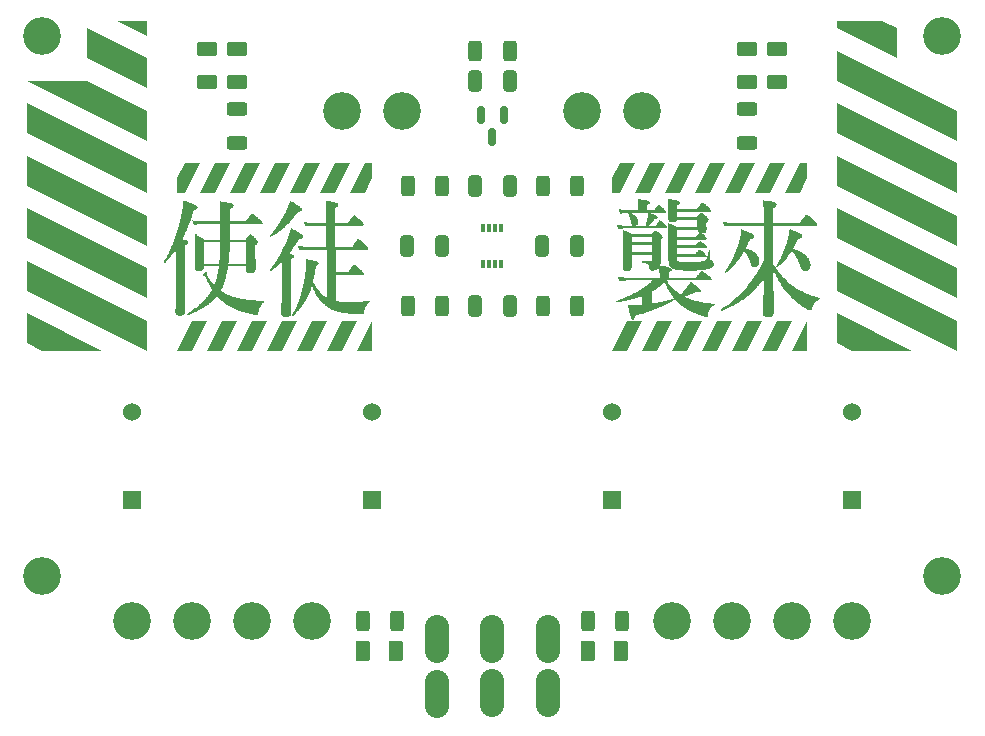
<source format=gbr>
%TF.GenerationSoftware,KiCad,Pcbnew,7.0.6*%
%TF.CreationDate,2023-07-28T23:09:07+08:00*%
%TF.ProjectId,PowerToggleMK1_KiCad,506f7765-7254-46f6-9767-6c654d4b315f,rev?*%
%TF.SameCoordinates,Original*%
%TF.FileFunction,Soldermask,Top*%
%TF.FilePolarity,Negative*%
%FSLAX46Y46*%
G04 Gerber Fmt 4.6, Leading zero omitted, Abs format (unit mm)*
G04 Created by KiCad (PCBNEW 7.0.6) date 2023-07-28 23:09:07*
%MOMM*%
%LPD*%
G01*
G04 APERTURE LIST*
G04 Aperture macros list*
%AMRoundRect*
0 Rectangle with rounded corners*
0 $1 Rounding radius*
0 $2 $3 $4 $5 $6 $7 $8 $9 X,Y pos of 4 corners*
0 Add a 4 corners polygon primitive as box body*
4,1,4,$2,$3,$4,$5,$6,$7,$8,$9,$2,$3,0*
0 Add four circle primitives for the rounded corners*
1,1,$1+$1,$2,$3*
1,1,$1+$1,$4,$5*
1,1,$1+$1,$6,$7*
1,1,$1+$1,$8,$9*
0 Add four rect primitives between the rounded corners*
20,1,$1+$1,$2,$3,$4,$5,0*
20,1,$1+$1,$4,$5,$6,$7,0*
20,1,$1+$1,$6,$7,$8,$9,0*
20,1,$1+$1,$8,$9,$2,$3,0*%
G04 Aperture macros list end*
%ADD10C,0.000000*%
%ADD11C,0.150000*%
%ADD12RoundRect,0.250000X-0.325000X-0.650000X0.325000X-0.650000X0.325000X0.650000X-0.325000X0.650000X0*%
%ADD13R,1.524000X1.524000*%
%ADD14C,1.524000*%
%ADD15RoundRect,0.250000X0.312500X0.625000X-0.312500X0.625000X-0.312500X-0.625000X0.312500X-0.625000X0*%
%ADD16RoundRect,0.250000X-0.625000X0.312500X-0.625000X-0.312500X0.625000X-0.312500X0.625000X0.312500X0*%
%ADD17RoundRect,0.150000X-0.150000X0.587500X-0.150000X-0.587500X0.150000X-0.587500X0.150000X0.587500X0*%
%ADD18C,3.200000*%
%ADD19RoundRect,0.250000X0.375000X0.625000X-0.375000X0.625000X-0.375000X-0.625000X0.375000X-0.625000X0*%
%ADD20RoundRect,0.250000X-0.312500X-0.625000X0.312500X-0.625000X0.312500X0.625000X-0.312500X0.625000X0*%
%ADD21RoundRect,0.250000X-0.625000X0.375000X-0.625000X-0.375000X0.625000X-0.375000X0.625000X0.375000X0*%
%ADD22RoundRect,0.250000X0.625000X-0.375000X0.625000X0.375000X-0.625000X0.375000X-0.625000X-0.375000X0*%
%ADD23RoundRect,0.250000X-0.375000X-0.625000X0.375000X-0.625000X0.375000X0.625000X-0.375000X0.625000X0*%
%ADD24R,0.300000X0.800000*%
%ADD25RoundRect,0.250000X0.325000X0.650000X-0.325000X0.650000X-0.325000X-0.650000X0.325000X-0.650000X0*%
%ADD26O,2.032000X4.064000*%
G04 APERTURE END LIST*
D10*
G36*
X143510000Y-78105000D02*
G01*
X143510000Y-80645000D01*
X138430000Y-78105000D01*
X138430000Y-77470000D01*
X142240000Y-77470000D01*
X143510000Y-78105000D01*
G37*
G36*
X80010000Y-80645000D02*
G01*
X80010000Y-83185000D01*
X74930000Y-80645000D01*
X74930000Y-78105000D01*
X80010000Y-80645000D01*
G37*
G36*
X85725000Y-92075000D02*
G01*
X84455000Y-92075000D01*
X85725000Y-89535000D01*
X86995000Y-89535000D01*
X85725000Y-92075000D01*
G37*
G36*
X80010000Y-98425000D02*
G01*
X80010000Y-100965000D01*
X69850000Y-95885000D01*
X69850000Y-93345000D01*
X80010000Y-98425000D01*
G37*
G36*
X120650000Y-105410000D02*
G01*
X119380000Y-105410000D01*
X120650000Y-102870000D01*
X121920000Y-102870000D01*
X120650000Y-105410000D01*
G37*
G36*
X83185000Y-92075000D02*
G01*
X82550000Y-92075000D01*
X82550000Y-90805000D01*
X83185000Y-89535000D01*
X84455000Y-89535000D01*
X83185000Y-92075000D01*
G37*
G36*
X90805000Y-92075000D02*
G01*
X89535000Y-92075000D01*
X90805000Y-89535000D01*
X92075000Y-89535000D01*
X90805000Y-92075000D01*
G37*
G36*
X93980000Y-105410000D02*
G01*
X92710000Y-105410000D01*
X93980000Y-102870000D01*
X95250000Y-102870000D01*
X93980000Y-105410000D01*
G37*
G36*
X148590000Y-89535000D02*
G01*
X148590000Y-92075000D01*
X138430000Y-86995000D01*
X138430000Y-84455000D01*
X148590000Y-89535000D01*
G37*
G36*
X148590000Y-102870000D02*
G01*
X148590000Y-105410000D01*
X138430000Y-100330000D01*
X138430000Y-97790000D01*
X148590000Y-102870000D01*
G37*
G36*
X128270000Y-105410000D02*
G01*
X127000000Y-105410000D01*
X128270000Y-102870000D01*
X129540000Y-102870000D01*
X128270000Y-105410000D01*
G37*
G36*
X130175000Y-92075000D02*
G01*
X128905000Y-92075000D01*
X130175000Y-89535000D01*
X131445000Y-89535000D01*
X130175000Y-92075000D01*
G37*
G36*
X135890000Y-90805000D02*
G01*
X135255000Y-92075000D01*
X133985000Y-92075000D01*
X135255000Y-89535000D01*
X135890000Y-89535000D01*
X135890000Y-90805000D01*
G37*
G36*
X93345000Y-92075000D02*
G01*
X92075000Y-92075000D01*
X93345000Y-89535000D01*
X94615000Y-89535000D01*
X93345000Y-92075000D01*
G37*
G36*
X88265000Y-92075000D02*
G01*
X86995000Y-92075000D01*
X88265000Y-89535000D01*
X89535000Y-89535000D01*
X88265000Y-92075000D01*
G37*
G36*
X99060000Y-90805000D02*
G01*
X98425000Y-92075000D01*
X97155000Y-92075000D01*
X98425000Y-89535000D01*
X99060000Y-89535000D01*
X99060000Y-90805000D01*
G37*
G36*
X96520000Y-105410000D02*
G01*
X95250000Y-105410000D01*
X96520000Y-102870000D01*
X97790000Y-102870000D01*
X96520000Y-105410000D01*
G37*
G36*
X80010000Y-102870000D02*
G01*
X80010000Y-105410000D01*
X69850000Y-100330000D01*
X69850000Y-97790000D01*
X80010000Y-102870000D01*
G37*
G36*
X83820000Y-105410000D02*
G01*
X82550000Y-105410000D01*
X83820000Y-102870000D01*
X85090000Y-102870000D01*
X83820000Y-105410000D01*
G37*
G36*
X80010000Y-78740000D02*
G01*
X77470000Y-77470000D01*
X80010000Y-77470000D01*
X80010000Y-78740000D01*
G37*
G36*
X120015000Y-92075000D02*
G01*
X119380000Y-92075000D01*
X119380000Y-90805000D01*
X120015000Y-89535000D01*
X121285000Y-89535000D01*
X120015000Y-92075000D01*
G37*
G36*
X95885000Y-92075000D02*
G01*
X94615000Y-92075000D01*
X95885000Y-89535000D01*
X97155000Y-89535000D01*
X95885000Y-92075000D01*
G37*
G36*
X133350000Y-105410000D02*
G01*
X132080000Y-105410000D01*
X133350000Y-102870000D01*
X134620000Y-102870000D01*
X133350000Y-105410000D01*
G37*
G36*
X125095000Y-92075000D02*
G01*
X123825000Y-92075000D01*
X125095000Y-89535000D01*
X126365000Y-89535000D01*
X125095000Y-92075000D01*
G37*
G36*
X99060000Y-104140000D02*
G01*
X99060000Y-105410000D01*
X97790000Y-105410000D01*
X99060000Y-102870000D01*
X99060000Y-104140000D01*
G37*
G36*
X91440000Y-105410000D02*
G01*
X90170000Y-105410000D01*
X91440000Y-102870000D01*
X92710000Y-102870000D01*
X91440000Y-105410000D01*
G37*
G36*
X123190000Y-105410000D02*
G01*
X121920000Y-105410000D01*
X123190000Y-102870000D01*
X124460000Y-102870000D01*
X123190000Y-105410000D01*
G37*
G36*
X80010000Y-93980000D02*
G01*
X80010000Y-96520000D01*
X69850000Y-91440000D01*
X69850000Y-88900000D01*
X80010000Y-93980000D01*
G37*
G36*
X130810000Y-105410000D02*
G01*
X129540000Y-105410000D01*
X130810000Y-102870000D01*
X132080000Y-102870000D01*
X130810000Y-105410000D01*
G37*
G36*
X88900000Y-105410000D02*
G01*
X87630000Y-105410000D01*
X88900000Y-102870000D01*
X90170000Y-102870000D01*
X88900000Y-105410000D01*
G37*
G36*
X127635000Y-92075000D02*
G01*
X126365000Y-92075000D01*
X127635000Y-89535000D01*
X128905000Y-89535000D01*
X127635000Y-92075000D01*
G37*
G36*
X80010000Y-89535000D02*
G01*
X80010000Y-92075000D01*
X69850000Y-86995000D01*
X69850000Y-84455000D01*
X80010000Y-89535000D01*
G37*
G36*
X76200000Y-105410000D02*
G01*
X71120000Y-105410000D01*
X69850000Y-104775000D01*
X69850000Y-102235000D01*
X76200000Y-105410000D01*
G37*
G36*
X148590000Y-98425000D02*
G01*
X148590000Y-100965000D01*
X138430000Y-95885000D01*
X138430000Y-93345000D01*
X148590000Y-98425000D01*
G37*
G36*
X144780000Y-105410000D02*
G01*
X139700000Y-105410000D01*
X138430000Y-104775000D01*
X138430000Y-102235000D01*
X144780000Y-105410000D01*
G37*
G36*
X132715000Y-92075000D02*
G01*
X131445000Y-92075000D01*
X132715000Y-89535000D01*
X133985000Y-89535000D01*
X132715000Y-92075000D01*
G37*
G36*
X125730000Y-105410000D02*
G01*
X124460000Y-105410000D01*
X125730000Y-102870000D01*
X127000000Y-102870000D01*
X125730000Y-105410000D01*
G37*
G36*
X80010000Y-85090000D02*
G01*
X80010000Y-87630000D01*
X69850000Y-82550000D01*
X72390000Y-82550000D01*
X74930000Y-82550000D01*
X80010000Y-85090000D01*
G37*
G36*
X135890000Y-104140000D02*
G01*
X135890000Y-105410000D01*
X134620000Y-105410000D01*
X135890000Y-102870000D01*
X135890000Y-104140000D01*
G37*
G36*
X148590000Y-85090000D02*
G01*
X148590000Y-87630000D01*
X138430000Y-82550000D01*
X138430000Y-80010000D01*
X148590000Y-85090000D01*
G37*
G36*
X148590000Y-93980000D02*
G01*
X148590000Y-96520000D01*
X138430000Y-91440000D01*
X138430000Y-88900000D01*
X148590000Y-93980000D01*
G37*
G36*
X86360000Y-105410000D02*
G01*
X85090000Y-105410000D01*
X86360000Y-102870000D01*
X87630000Y-102870000D01*
X86360000Y-105410000D01*
G37*
G36*
X122555000Y-92075000D02*
G01*
X121285000Y-92075000D01*
X122555000Y-89535000D01*
X123825000Y-89535000D01*
X122555000Y-92075000D01*
G37*
D11*
G36*
X120372257Y-95190459D02*
G01*
X120455549Y-95222161D01*
X120537177Y-95254058D01*
X120617143Y-95286151D01*
X120695446Y-95318441D01*
X120772086Y-95350927D01*
X120847063Y-95383610D01*
X120920377Y-95416489D01*
X120992028Y-95449564D01*
X121062015Y-95482835D01*
X121107750Y-95505125D01*
X122708322Y-95505125D01*
X122753474Y-95451576D01*
X122809392Y-95388370D01*
X122860416Y-95334528D01*
X122917312Y-95280394D01*
X122975490Y-95234745D01*
X123035928Y-95206654D01*
X123047979Y-95205483D01*
X123116844Y-95226682D01*
X123184019Y-95264370D01*
X123252994Y-95310172D01*
X123316679Y-95356235D01*
X123369405Y-95396278D01*
X123426384Y-95441032D01*
X123466733Y-95473486D01*
X123521549Y-95527313D01*
X123571167Y-95586804D01*
X123608971Y-95650431D01*
X123627873Y-95723423D01*
X123628031Y-95730322D01*
X123611522Y-95804076D01*
X123574542Y-95865436D01*
X123524849Y-95920842D01*
X123469379Y-95969610D01*
X123458978Y-95977852D01*
X123458978Y-96277494D01*
X123466733Y-97773843D01*
X123464279Y-97855718D01*
X123456918Y-97935238D01*
X123444650Y-98012402D01*
X123427475Y-98087211D01*
X123405392Y-98159664D01*
X123396940Y-98183292D01*
X123460013Y-98190362D01*
X123580150Y-98205047D01*
X123692278Y-98220460D01*
X123796397Y-98236599D01*
X123892507Y-98253466D01*
X123980608Y-98271059D01*
X124060700Y-98289380D01*
X124132782Y-98308427D01*
X124196856Y-98328202D01*
X124277948Y-98359227D01*
X124341020Y-98391887D01*
X124397085Y-98437980D01*
X124422113Y-98499684D01*
X124401748Y-98576941D01*
X124357749Y-98629498D01*
X124300425Y-98669301D01*
X124238826Y-98698772D01*
X124164657Y-98724881D01*
X124164657Y-99197608D01*
X126416625Y-99197608D01*
X126471859Y-99129771D01*
X126524342Y-99066311D01*
X126574076Y-99007227D01*
X126621058Y-98952520D01*
X126686375Y-98878666D01*
X126745503Y-98814659D01*
X126798443Y-98760499D01*
X126859402Y-98703603D01*
X126920130Y-98657102D01*
X126970311Y-98637408D01*
X127039619Y-98662300D01*
X127109222Y-98703140D01*
X127179463Y-98749813D01*
X127240635Y-98792987D01*
X127309087Y-98843161D01*
X127384818Y-98900336D01*
X127439350Y-98942342D01*
X127497116Y-98987460D01*
X127558118Y-99035690D01*
X127616642Y-99086027D01*
X127667363Y-99132817D01*
X127719790Y-99186316D01*
X127766609Y-99243197D01*
X127801724Y-99306620D01*
X127807820Y-99339054D01*
X127786149Y-99410300D01*
X127727218Y-99440733D01*
X127694601Y-99443277D01*
X124012664Y-99443277D01*
X124069292Y-99533106D01*
X124127895Y-99620666D01*
X124188472Y-99705958D01*
X124251025Y-99788982D01*
X124315553Y-99869738D01*
X124382055Y-99948225D01*
X124450533Y-100024444D01*
X124520986Y-100098395D01*
X124593414Y-100170078D01*
X124667816Y-100239492D01*
X124744194Y-100306638D01*
X124822547Y-100371516D01*
X124902875Y-100434126D01*
X124985178Y-100494467D01*
X125069456Y-100552540D01*
X125155709Y-100608345D01*
X125212870Y-100549070D01*
X125268613Y-100489894D01*
X125322938Y-100430816D01*
X125375846Y-100371836D01*
X125427336Y-100312954D01*
X125477408Y-100254170D01*
X125526063Y-100195485D01*
X125573300Y-100136897D01*
X125619119Y-100078408D01*
X125663521Y-100020017D01*
X125692335Y-99981144D01*
X125741567Y-99911660D01*
X125788451Y-99841632D01*
X125832987Y-99771058D01*
X125875176Y-99699939D01*
X125915018Y-99628274D01*
X125952511Y-99556065D01*
X125966852Y-99527028D01*
X126022958Y-99563834D01*
X126077283Y-99599808D01*
X126180591Y-99669259D01*
X126276773Y-99735380D01*
X126365831Y-99798171D01*
X126447765Y-99857633D01*
X126522573Y-99913765D01*
X126590258Y-99966567D01*
X126650817Y-100016040D01*
X126704252Y-100062183D01*
X126771045Y-100125154D01*
X126821808Y-100180634D01*
X126864556Y-100242953D01*
X126878805Y-100291953D01*
X126852552Y-100365725D01*
X126795830Y-100406412D01*
X126735867Y-100426532D01*
X126659699Y-100439200D01*
X126587095Y-100443969D01*
X126546904Y-100444565D01*
X126481510Y-100444565D01*
X126416625Y-100444565D01*
X126338296Y-100477368D01*
X126262669Y-100508774D01*
X126189745Y-100538785D01*
X126119522Y-100567400D01*
X126052002Y-100594619D01*
X125987183Y-100620442D01*
X125925067Y-100644870D01*
X125865653Y-100667901D01*
X125781597Y-100699831D01*
X125703622Y-100728620D01*
X125631725Y-100754269D01*
X125565909Y-100776777D01*
X125487610Y-100801902D01*
X125558439Y-100835056D01*
X125629788Y-100867282D01*
X125701659Y-100898581D01*
X125774050Y-100928954D01*
X125846962Y-100958399D01*
X125920396Y-100986918D01*
X125994350Y-101014509D01*
X126068826Y-101041174D01*
X126143822Y-101066912D01*
X126219340Y-101091723D01*
X126295379Y-101115607D01*
X126371938Y-101138563D01*
X126449019Y-101160594D01*
X126526620Y-101181697D01*
X126604743Y-101201873D01*
X126683387Y-101221122D01*
X126762551Y-101239444D01*
X126842237Y-101256840D01*
X126922444Y-101273308D01*
X127003172Y-101288850D01*
X127084420Y-101303464D01*
X127166190Y-101317152D01*
X127248481Y-101329913D01*
X127331293Y-101341747D01*
X127414626Y-101352653D01*
X127498480Y-101362633D01*
X127582854Y-101371686D01*
X127667750Y-101379813D01*
X127753167Y-101387012D01*
X127839105Y-101393284D01*
X127925564Y-101398629D01*
X128012544Y-101403048D01*
X128038910Y-101455159D01*
X128026654Y-101528943D01*
X127995484Y-101555660D01*
X127912992Y-101588365D01*
X127837669Y-101629248D01*
X127769517Y-101678310D01*
X127708535Y-101735550D01*
X127654723Y-101800970D01*
X127608081Y-101874568D01*
X127568610Y-101956345D01*
X127536308Y-102046301D01*
X127511176Y-102144435D01*
X127493215Y-102250749D01*
X127485224Y-102326168D01*
X127471271Y-102405939D01*
X127444421Y-102473114D01*
X127394500Y-102521096D01*
X127348741Y-102530893D01*
X127286623Y-102524124D01*
X127224351Y-102511002D01*
X127147159Y-102490973D01*
X127074665Y-102469977D01*
X127014028Y-102451329D01*
X126948021Y-102430195D01*
X126876643Y-102406575D01*
X126826073Y-102389447D01*
X126724269Y-102351861D01*
X126623966Y-102313082D01*
X126525166Y-102273112D01*
X126427869Y-102231949D01*
X126332074Y-102189593D01*
X126237782Y-102146046D01*
X126144992Y-102101306D01*
X126053704Y-102055374D01*
X125963919Y-102008249D01*
X125875637Y-101959933D01*
X125788857Y-101910424D01*
X125703579Y-101859722D01*
X125619804Y-101807829D01*
X125537531Y-101754743D01*
X125456761Y-101700465D01*
X125377494Y-101644995D01*
X125303279Y-101589684D01*
X125231075Y-101534025D01*
X125160883Y-101478016D01*
X125092702Y-101421659D01*
X125026532Y-101364953D01*
X124962374Y-101307897D01*
X124900227Y-101250493D01*
X124840092Y-101192740D01*
X124781968Y-101134638D01*
X124725856Y-101076187D01*
X124671754Y-101017386D01*
X124619664Y-100958237D01*
X124569586Y-100898739D01*
X124521519Y-100838892D01*
X124475463Y-100778696D01*
X124431419Y-100718152D01*
X124390737Y-100660646D01*
X124350503Y-100601191D01*
X124310718Y-100539788D01*
X124271381Y-100476437D01*
X124232492Y-100411138D01*
X124194052Y-100343890D01*
X124156060Y-100274694D01*
X124118516Y-100203549D01*
X124081421Y-100130456D01*
X124044774Y-100055415D01*
X124008575Y-99978425D01*
X123972825Y-99899487D01*
X123937523Y-99818600D01*
X123902669Y-99735765D01*
X123868263Y-99650982D01*
X123834306Y-99564251D01*
X123772789Y-99619881D01*
X123710376Y-99674639D01*
X123647066Y-99728524D01*
X123582860Y-99781538D01*
X123517756Y-99833678D01*
X123451757Y-99884947D01*
X123384860Y-99935343D01*
X123317067Y-99984866D01*
X123248377Y-100033517D01*
X123178791Y-100081296D01*
X123108308Y-100128202D01*
X123036928Y-100174236D01*
X122964652Y-100219398D01*
X122891479Y-100263687D01*
X122817409Y-100307103D01*
X122742443Y-100349648D01*
X122742443Y-101382575D01*
X122849143Y-101367592D01*
X122956376Y-101351488D01*
X123064142Y-101334266D01*
X123172442Y-101315923D01*
X123281274Y-101296462D01*
X123390640Y-101275880D01*
X123500539Y-101254179D01*
X123610970Y-101231358D01*
X123721936Y-101207418D01*
X123833434Y-101182358D01*
X123945465Y-101156179D01*
X124058030Y-101128880D01*
X124171127Y-101100461D01*
X124284758Y-101070923D01*
X124398922Y-101040265D01*
X124513619Y-101008488D01*
X124563828Y-101052381D01*
X124566351Y-101086655D01*
X124549290Y-101123878D01*
X124476349Y-101167636D01*
X124401569Y-101211206D01*
X124324951Y-101254586D01*
X124246493Y-101297777D01*
X124166197Y-101340780D01*
X124084062Y-101383593D01*
X124000089Y-101426217D01*
X123914277Y-101468652D01*
X123826626Y-101510899D01*
X123737136Y-101552956D01*
X123645808Y-101594824D01*
X123552641Y-101636503D01*
X123457635Y-101677993D01*
X123360790Y-101719294D01*
X123262107Y-101760406D01*
X123161585Y-101801330D01*
X123059224Y-101842064D01*
X122955025Y-101882609D01*
X122848987Y-101922965D01*
X122741110Y-101963132D01*
X122631395Y-102003109D01*
X122519840Y-102042898D01*
X122406447Y-102082498D01*
X122291216Y-102121909D01*
X122174145Y-102161131D01*
X122055236Y-102200164D01*
X121934488Y-102239008D01*
X121811902Y-102277663D01*
X121687477Y-102316128D01*
X121561213Y-102354405D01*
X121433110Y-102392493D01*
X121303169Y-102430392D01*
X121278935Y-102511961D01*
X121254314Y-102582655D01*
X121222992Y-102655728D01*
X121184606Y-102720984D01*
X121132068Y-102769926D01*
X121098444Y-102778423D01*
X121036634Y-102743456D01*
X120993062Y-102674100D01*
X120961147Y-102597808D01*
X120935050Y-102518337D01*
X120924739Y-102482503D01*
X120905304Y-102410123D01*
X120884220Y-102324191D01*
X120867327Y-102250849D01*
X120849506Y-102169884D01*
X120830758Y-102081297D01*
X120811084Y-101985087D01*
X120790482Y-101881255D01*
X120776233Y-101807798D01*
X120761572Y-101730954D01*
X120746499Y-101650722D01*
X120731013Y-101567102D01*
X120723116Y-101524021D01*
X120794908Y-101524021D01*
X120860035Y-101524021D01*
X120929392Y-101524021D01*
X120998178Y-101524021D01*
X121060798Y-101524021D01*
X121067425Y-101524021D01*
X121147881Y-101523788D01*
X121225622Y-101523090D01*
X121300648Y-101521927D01*
X121372961Y-101520299D01*
X121442560Y-101518205D01*
X121509444Y-101515646D01*
X121573614Y-101512622D01*
X121635070Y-101509132D01*
X121699822Y-101503549D01*
X121764162Y-101499361D01*
X121788614Y-101497965D01*
X121852782Y-101497044D01*
X121917384Y-101493058D01*
X121923546Y-101492382D01*
X121923546Y-100723735D01*
X121809727Y-100767377D01*
X121693158Y-100809899D01*
X121573838Y-100851302D01*
X121513147Y-100871584D01*
X121451768Y-100891586D01*
X121389702Y-100911307D01*
X121326948Y-100930749D01*
X121263506Y-100949911D01*
X121199377Y-100968793D01*
X121134560Y-100987396D01*
X121069055Y-101005718D01*
X121002863Y-101023760D01*
X120935983Y-101041523D01*
X120868416Y-101059006D01*
X120800161Y-101076208D01*
X120731218Y-101093131D01*
X120661588Y-101109774D01*
X120591270Y-101126137D01*
X120520264Y-101142220D01*
X120448571Y-101158024D01*
X120376190Y-101173547D01*
X120303122Y-101188790D01*
X120229365Y-101203754D01*
X120154922Y-101218438D01*
X120079790Y-101232841D01*
X120003971Y-101246965D01*
X119927465Y-101260809D01*
X119850271Y-101274373D01*
X119772389Y-101287657D01*
X119720971Y-101241758D01*
X119716555Y-101187156D01*
X119738268Y-101144350D01*
X119859719Y-101101559D01*
X119979409Y-101058099D01*
X120097340Y-101013970D01*
X120213511Y-100969172D01*
X120327921Y-100923705D01*
X120440572Y-100877569D01*
X120551463Y-100830764D01*
X120660594Y-100783291D01*
X120767965Y-100735149D01*
X120873576Y-100686338D01*
X120977427Y-100636858D01*
X121079518Y-100586709D01*
X121179849Y-100535892D01*
X121278420Y-100484405D01*
X121375231Y-100432250D01*
X121470283Y-100379426D01*
X121563574Y-100325933D01*
X121655105Y-100271771D01*
X121744877Y-100216940D01*
X121832888Y-100161441D01*
X121919140Y-100105273D01*
X122003631Y-100048435D01*
X122086363Y-99990929D01*
X122167334Y-99932754D01*
X122246546Y-99873911D01*
X122323998Y-99814398D01*
X122399689Y-99754217D01*
X122473621Y-99693367D01*
X122545793Y-99631847D01*
X122616205Y-99569660D01*
X122684857Y-99506803D01*
X122751749Y-99443277D01*
X120609898Y-99443277D01*
X120542625Y-99444266D01*
X120471864Y-99447232D01*
X120397612Y-99452176D01*
X120319871Y-99459097D01*
X120238641Y-99467995D01*
X120175428Y-99475967D01*
X120110252Y-99485051D01*
X120043113Y-99495247D01*
X119974011Y-99506556D01*
X119877853Y-99113857D01*
X119950962Y-99128824D01*
X120023145Y-99142319D01*
X120094400Y-99154342D01*
X120164729Y-99164893D01*
X120234130Y-99173971D01*
X120302605Y-99181578D01*
X120370153Y-99187712D01*
X120436774Y-99192374D01*
X120502468Y-99195563D01*
X120567235Y-99197281D01*
X120609898Y-99197608D01*
X123375227Y-99197608D01*
X123375227Y-99004050D01*
X123374694Y-98908464D01*
X123373095Y-98816193D01*
X123370429Y-98727236D01*
X123366697Y-98641595D01*
X123361899Y-98559269D01*
X123356034Y-98480258D01*
X123349104Y-98404563D01*
X123341107Y-98332182D01*
X123297704Y-98386228D01*
X123244948Y-98436406D01*
X123182835Y-98486269D01*
X123126056Y-98520075D01*
X123062976Y-98548471D01*
X122993596Y-98571459D01*
X122917914Y-98589038D01*
X122835933Y-98601208D01*
X122770311Y-98606786D01*
X122701146Y-98609322D01*
X122677303Y-98609491D01*
X122612570Y-98595678D01*
X122562005Y-98548575D01*
X122534803Y-98476747D01*
X122533066Y-98468045D01*
X122518829Y-98378196D01*
X122500351Y-98298253D01*
X122477632Y-98228215D01*
X122444771Y-98157245D01*
X122398715Y-98092474D01*
X122368666Y-98064179D01*
X122309951Y-98028340D01*
X122242849Y-97998896D01*
X122175101Y-97975260D01*
X122113160Y-97956939D01*
X122044337Y-97939142D01*
X121968632Y-97921868D01*
X121928198Y-97913428D01*
X121892840Y-97850389D01*
X121892527Y-97838983D01*
X121928198Y-97783149D01*
X122012649Y-97790466D01*
X122094428Y-97797064D01*
X122173535Y-97802941D01*
X122249970Y-97808100D01*
X122323734Y-97812538D01*
X122394826Y-97816257D01*
X122463246Y-97819255D01*
X122528995Y-97821535D01*
X122592071Y-97823094D01*
X122672017Y-97824054D01*
X122691262Y-97824094D01*
X122750634Y-97798089D01*
X122775994Y-97727371D01*
X122778115Y-97688231D01*
X122778115Y-97299255D01*
X121020897Y-97299255D01*
X121020897Y-98220514D01*
X121017285Y-98297346D01*
X121001230Y-98388033D01*
X120972332Y-98465284D01*
X120930590Y-98529100D01*
X120876004Y-98579482D01*
X120808574Y-98616428D01*
X120728301Y-98639939D01*
X120659667Y-98648756D01*
X120609898Y-98650436D01*
X120536470Y-98645434D01*
X120472833Y-98630428D01*
X120407054Y-98597604D01*
X120356573Y-98549149D01*
X120321389Y-98485064D01*
X120301502Y-98405348D01*
X120296607Y-98330321D01*
X120322973Y-96649720D01*
X120322834Y-96547496D01*
X120322495Y-96465468D01*
X121020897Y-96465468D01*
X121020897Y-97053586D01*
X122778115Y-97053586D01*
X122778115Y-96465468D01*
X121020897Y-96465468D01*
X120322495Y-96465468D01*
X120322416Y-96446479D01*
X120321719Y-96346669D01*
X120320744Y-96248065D01*
X120319490Y-96150668D01*
X120317957Y-96054478D01*
X120316146Y-95959495D01*
X120314055Y-95865719D01*
X120311687Y-95773150D01*
X120311039Y-95750794D01*
X121020897Y-95750794D01*
X121020897Y-96219799D01*
X122778115Y-96219799D01*
X122778115Y-95750794D01*
X121020897Y-95750794D01*
X120311039Y-95750794D01*
X120309039Y-95681787D01*
X120306113Y-95591631D01*
X120302908Y-95502682D01*
X120299424Y-95414940D01*
X120295662Y-95328405D01*
X120291621Y-95243076D01*
X120287302Y-95158955D01*
X120372257Y-95190459D01*
G37*
G36*
X124181493Y-92544474D02*
G01*
X124255266Y-92554070D01*
X124325488Y-92563550D01*
X124392161Y-92572914D01*
X124455283Y-92582161D01*
X124543309Y-92595815D01*
X124623348Y-92609206D01*
X124695399Y-92622336D01*
X124759461Y-92635204D01*
X124832452Y-92651954D01*
X124903722Y-92672237D01*
X124915313Y-92676207D01*
X124981788Y-92704667D01*
X125037768Y-92743082D01*
X125079919Y-92806159D01*
X125085916Y-92845570D01*
X125070310Y-92918270D01*
X125023491Y-92981897D01*
X124967893Y-93023664D01*
X124908150Y-93054571D01*
X124836215Y-93081933D01*
X124836215Y-93361103D01*
X126534496Y-93361103D01*
X126581297Y-93297773D01*
X126625929Y-93238530D01*
X126668392Y-93183372D01*
X126728020Y-93108296D01*
X126782768Y-93042413D01*
X126832636Y-92985723D01*
X126891536Y-92924437D01*
X126941759Y-92879493D01*
X127000829Y-92842722D01*
X127023043Y-92838125D01*
X127086341Y-92861622D01*
X127146084Y-92900171D01*
X127205056Y-92944228D01*
X127273964Y-93000032D01*
X127332165Y-93049596D01*
X127395955Y-93105768D01*
X127465334Y-93168548D01*
X127514692Y-93214073D01*
X127563037Y-93260922D01*
X127614405Y-93315147D01*
X127662751Y-93373860D01*
X127700823Y-93433592D01*
X127720967Y-93502549D01*
X127698999Y-93573795D01*
X127639261Y-93604227D01*
X127606197Y-93606772D01*
X124836215Y-93606772D01*
X124836215Y-94075777D01*
X126525191Y-94075777D01*
X126578103Y-94008258D01*
X126627498Y-93947381D01*
X126673377Y-93893144D01*
X126729077Y-93831160D01*
X126778526Y-93780982D01*
X126831544Y-93734863D01*
X126889358Y-93701288D01*
X126908273Y-93697967D01*
X126970990Y-93717626D01*
X127027416Y-93749877D01*
X127082099Y-93786736D01*
X127145263Y-93833425D01*
X127198203Y-93874891D01*
X127255913Y-93921886D01*
X127318395Y-93974411D01*
X127362699Y-94012498D01*
X127414082Y-94064906D01*
X127464245Y-94123357D01*
X127506919Y-94185431D01*
X127536703Y-94255556D01*
X127541058Y-94289807D01*
X127517966Y-94359841D01*
X127472165Y-94423207D01*
X127421784Y-94477601D01*
X127369303Y-94527428D01*
X127345639Y-94548504D01*
X127345639Y-94714145D01*
X127353394Y-95097537D01*
X127347675Y-95175530D01*
X127324441Y-95259445D01*
X127283335Y-95328274D01*
X127224357Y-95382018D01*
X127164306Y-95414151D01*
X127092817Y-95436630D01*
X127009890Y-95449455D01*
X126987371Y-95451152D01*
X127047554Y-95493584D01*
X127102491Y-95535750D01*
X127158785Y-95582104D01*
X127209156Y-95626099D01*
X127261337Y-95680362D01*
X127308569Y-95739700D01*
X127344556Y-95802281D01*
X127362699Y-95879212D01*
X127344014Y-95950308D01*
X127287957Y-95985159D01*
X127249481Y-95989019D01*
X124836215Y-95989019D01*
X124836215Y-96458024D01*
X126398013Y-96458024D01*
X126452062Y-96397157D01*
X126502538Y-96342278D01*
X126549444Y-96293385D01*
X126606429Y-96237507D01*
X126657065Y-96192273D01*
X126711431Y-96150697D01*
X126770877Y-96120430D01*
X126790402Y-96117437D01*
X126855505Y-96136870D01*
X126921808Y-96171417D01*
X126991055Y-96213402D01*
X127055613Y-96255626D01*
X127128313Y-96305527D01*
X127188182Y-96347992D01*
X127209156Y-96363106D01*
X127267135Y-96416214D01*
X127319615Y-96473046D01*
X127359601Y-96531235D01*
X127379760Y-96599470D01*
X127358089Y-96670716D01*
X127299158Y-96701149D01*
X127266541Y-96703693D01*
X124836215Y-96703693D01*
X124836215Y-97170837D01*
X126390259Y-97170837D01*
X126445693Y-97108307D01*
X126497419Y-97051928D01*
X126545438Y-97001699D01*
X126603695Y-96944295D01*
X126655361Y-96897825D01*
X126710674Y-96855113D01*
X126770809Y-96824020D01*
X126790402Y-96820944D01*
X126853951Y-96841260D01*
X126914583Y-96877378D01*
X126976272Y-96921271D01*
X127032930Y-96965415D01*
X127096083Y-97017584D01*
X127147709Y-97061979D01*
X127165730Y-97077780D01*
X127214748Y-97130255D01*
X127259118Y-97186515D01*
X127295882Y-97250996D01*
X127309967Y-97312283D01*
X127287406Y-97384801D01*
X127226053Y-97415777D01*
X127192096Y-97418367D01*
X124836215Y-97418367D01*
X124836215Y-97561674D01*
X124844830Y-97638337D01*
X124876657Y-97713387D01*
X124922604Y-97765383D01*
X124985781Y-97805993D01*
X125051590Y-97831138D01*
X125081264Y-97838983D01*
X125143544Y-97851196D01*
X125221042Y-97861782D01*
X125289153Y-97868652D01*
X125365825Y-97874606D01*
X125451057Y-97879644D01*
X125544850Y-97883766D01*
X125612134Y-97886005D01*
X125683223Y-97887837D01*
X125758117Y-97889262D01*
X125836815Y-97890280D01*
X125919318Y-97890891D01*
X126005625Y-97891094D01*
X126124763Y-97890542D01*
X126237903Y-97888884D01*
X126345045Y-97886122D01*
X126446190Y-97882254D01*
X126541336Y-97877281D01*
X126630485Y-97871204D01*
X126713636Y-97864021D01*
X126790789Y-97855733D01*
X126861945Y-97846340D01*
X126927103Y-97835842D01*
X127013594Y-97818023D01*
X127086589Y-97797718D01*
X127146090Y-97774926D01*
X127192096Y-97749648D01*
X127249287Y-97703934D01*
X127298335Y-97650543D01*
X127339241Y-97589475D01*
X127372005Y-97520729D01*
X127398850Y-97444216D01*
X127423477Y-97366663D01*
X127446450Y-97290880D01*
X127472332Y-97202883D01*
X127493651Y-97128871D01*
X127516606Y-97047988D01*
X127541197Y-96960235D01*
X127567424Y-96865611D01*
X127615503Y-96828389D01*
X127658929Y-96876778D01*
X127658929Y-97503979D01*
X127663281Y-97578524D01*
X127685295Y-97651009D01*
X127734320Y-97699240D01*
X127794225Y-97738978D01*
X127812473Y-97749648D01*
X127868070Y-97790272D01*
X127914889Y-97850438D01*
X127943873Y-97925262D01*
X127954602Y-98002755D01*
X127955159Y-98026957D01*
X127947962Y-98109835D01*
X127926370Y-98185386D01*
X127890383Y-98253608D01*
X127840002Y-98314502D01*
X127787021Y-98359648D01*
X127750435Y-98384294D01*
X127667197Y-98424539D01*
X127600967Y-98449170D01*
X127526147Y-98472041D01*
X127442735Y-98493154D01*
X127350733Y-98512507D01*
X127250139Y-98530100D01*
X127140956Y-98545934D01*
X127023181Y-98560009D01*
X126961072Y-98566387D01*
X126896815Y-98572324D01*
X126830411Y-98577822D01*
X126761859Y-98582881D01*
X126691160Y-98587499D01*
X126618312Y-98591677D01*
X126543317Y-98595416D01*
X126466175Y-98598715D01*
X126386884Y-98601574D01*
X126305446Y-98603993D01*
X126221860Y-98605972D01*
X126136127Y-98607511D01*
X126048246Y-98608611D01*
X125958217Y-98609271D01*
X125866040Y-98609491D01*
X125795697Y-98609280D01*
X125726964Y-98608647D01*
X125659844Y-98607593D01*
X125594335Y-98606117D01*
X125530437Y-98604220D01*
X125468151Y-98601901D01*
X125348413Y-98595998D01*
X125235122Y-98588408D01*
X125128277Y-98579131D01*
X125027877Y-98568168D01*
X124933924Y-98555518D01*
X124846417Y-98541181D01*
X124765356Y-98525158D01*
X124690741Y-98507448D01*
X124622572Y-98488052D01*
X124560850Y-98466969D01*
X124480352Y-98432182D01*
X124414358Y-98393600D01*
X124347838Y-98338027D01*
X124290186Y-98269951D01*
X124241404Y-98189370D01*
X124210638Y-98120728D01*
X124184861Y-98045052D01*
X124164074Y-97962343D01*
X124148275Y-97872599D01*
X124137465Y-97775822D01*
X124131645Y-97672012D01*
X124130536Y-97598897D01*
X124130536Y-95430680D01*
X124130124Y-95337565D01*
X124128888Y-95240612D01*
X124127421Y-95165378D01*
X124127168Y-95155233D01*
X124836215Y-95155233D01*
X124836215Y-95743350D01*
X126424379Y-95743350D01*
X126474955Y-95679344D01*
X126521992Y-95621329D01*
X126575813Y-95557235D01*
X126624106Y-95502501D01*
X126674760Y-95449175D01*
X126729915Y-95399041D01*
X126675535Y-95357281D01*
X126630811Y-95295008D01*
X126605681Y-95226059D01*
X126594983Y-95155233D01*
X124836215Y-95155233D01*
X124127168Y-95155233D01*
X124125489Y-95087985D01*
X124123095Y-95008432D01*
X124120237Y-94926721D01*
X124116915Y-94842850D01*
X124113130Y-94756820D01*
X124108882Y-94668630D01*
X124104170Y-94578282D01*
X124179556Y-94600801D01*
X124255078Y-94625087D01*
X124330736Y-94651139D01*
X124406531Y-94678958D01*
X124482462Y-94708543D01*
X124558529Y-94739895D01*
X124634733Y-94773014D01*
X124711073Y-94807899D01*
X124787549Y-94844551D01*
X124864162Y-94882969D01*
X124915313Y-94909563D01*
X126585677Y-94909563D01*
X126585677Y-94321446D01*
X124828460Y-94321446D01*
X124803451Y-94391020D01*
X124757504Y-94446200D01*
X124690620Y-94486985D01*
X124618889Y-94509976D01*
X124551035Y-94521172D01*
X124473876Y-94525970D01*
X124453132Y-94526170D01*
X124375343Y-94521547D01*
X124307925Y-94507675D01*
X124238239Y-94477332D01*
X124184758Y-94432540D01*
X124141974Y-94359716D01*
X124124148Y-94283135D01*
X124121230Y-94230251D01*
X124130536Y-93735190D01*
X124130433Y-93643478D01*
X124130124Y-93553991D01*
X124129609Y-93466729D01*
X124128888Y-93381691D01*
X124127961Y-93298878D01*
X124126828Y-93218290D01*
X124125489Y-93139926D01*
X124123945Y-93063787D01*
X124121241Y-92953750D01*
X124118074Y-92848717D01*
X124114444Y-92748691D01*
X124110350Y-92653670D01*
X124105792Y-92563654D01*
X124104170Y-92534761D01*
X124181493Y-92544474D01*
G37*
G36*
X121576763Y-92556115D02*
G01*
X121638942Y-92562714D01*
X121757183Y-92576316D01*
X121867269Y-92590457D01*
X121969201Y-92605135D01*
X122062979Y-92620351D01*
X122148602Y-92636105D01*
X122226070Y-92652397D01*
X122295384Y-92669227D01*
X122356543Y-92686596D01*
X122432992Y-92713656D01*
X122491093Y-92741928D01*
X122547156Y-92791737D01*
X122556330Y-92823236D01*
X122531945Y-92892338D01*
X122485857Y-92942656D01*
X122427334Y-92987061D01*
X122365152Y-93024965D01*
X122306628Y-93055877D01*
X122306628Y-93478354D01*
X122927005Y-93478354D01*
X122978486Y-93397864D01*
X123027077Y-93325290D01*
X123072778Y-93260634D01*
X123115590Y-93203895D01*
X123168177Y-93140559D01*
X123215626Y-93091297D01*
X123267712Y-93049512D01*
X123327148Y-93027960D01*
X123391270Y-93053282D01*
X123455828Y-93098298D01*
X123508560Y-93140813D01*
X123569047Y-93193332D01*
X123619501Y-93239286D01*
X123674317Y-93290867D01*
X123733495Y-93348075D01*
X123779963Y-93401328D01*
X123825328Y-93459953D01*
X123863919Y-93521073D01*
X123890855Y-93588139D01*
X123894793Y-93619800D01*
X123873122Y-93692319D01*
X123814191Y-93723294D01*
X123781574Y-93725884D01*
X122612164Y-93725884D01*
X122684470Y-93752616D01*
X122752112Y-93778839D01*
X122815089Y-93804553D01*
X122900807Y-93842170D01*
X122976029Y-93878642D01*
X123040755Y-93913969D01*
X123110730Y-93959291D01*
X123162044Y-94002577D01*
X123204028Y-94063689D01*
X123209276Y-94092527D01*
X123192119Y-94168252D01*
X123140647Y-94222341D01*
X123079524Y-94248709D01*
X123013844Y-94261386D01*
X122951649Y-94265443D01*
X122934760Y-94265612D01*
X122889690Y-94321773D01*
X122844048Y-94376495D01*
X122797833Y-94429777D01*
X122751046Y-94481620D01*
X122703686Y-94532023D01*
X122655754Y-94580987D01*
X122607249Y-94628511D01*
X122558172Y-94674596D01*
X122508522Y-94719241D01*
X122441431Y-94776529D01*
X122424500Y-94790451D01*
X123021613Y-94790451D01*
X123074161Y-94709961D01*
X123123629Y-94637387D01*
X123170017Y-94572731D01*
X123213323Y-94515992D01*
X123266274Y-94452656D01*
X123313747Y-94403394D01*
X123365387Y-94361609D01*
X123423307Y-94340057D01*
X123492281Y-94365232D01*
X123547988Y-94400973D01*
X123601495Y-94440755D01*
X123662951Y-94490482D01*
X123714260Y-94534304D01*
X123770039Y-94583720D01*
X123830289Y-94638731D01*
X123851367Y-94658311D01*
X123902749Y-94708174D01*
X123952912Y-94764531D01*
X123995586Y-94825485D01*
X124025370Y-94896265D01*
X124029725Y-94931897D01*
X124008054Y-95003143D01*
X123949123Y-95033576D01*
X123916506Y-95036120D01*
X120318320Y-95036120D01*
X120255987Y-95037665D01*
X120189186Y-95042300D01*
X120117917Y-95050024D01*
X120042180Y-95060838D01*
X119978373Y-95071714D01*
X119911707Y-95084568D01*
X119842181Y-95099399D01*
X119746023Y-94701117D01*
X119819959Y-94722054D01*
X119892878Y-94740200D01*
X119964778Y-94755555D01*
X120035661Y-94768117D01*
X120105526Y-94777888D01*
X120174374Y-94784868D01*
X120242203Y-94789055D01*
X120309015Y-94790451D01*
X121076731Y-94790451D01*
X121031566Y-94728583D01*
X121001573Y-94647642D01*
X120980967Y-94570852D01*
X120964972Y-94498035D01*
X120949415Y-94415099D01*
X120941799Y-94369835D01*
X120925078Y-94282828D01*
X120905158Y-94197681D01*
X120882039Y-94114395D01*
X120855722Y-94032971D01*
X120826206Y-93953407D01*
X120793490Y-93875705D01*
X120757576Y-93799864D01*
X120718464Y-93725884D01*
X120951105Y-93725884D01*
X121017703Y-93758289D01*
X121080239Y-93790595D01*
X121138713Y-93822803D01*
X121210359Y-93865594D01*
X121274784Y-93908211D01*
X121331987Y-93950654D01*
X121393335Y-94003462D01*
X121443400Y-94055997D01*
X121452059Y-94066471D01*
X121496175Y-94130746D01*
X121529455Y-94201432D01*
X121551900Y-94278531D01*
X121563509Y-94362042D01*
X121565278Y-94412641D01*
X121559863Y-94498910D01*
X121543619Y-94575091D01*
X121509832Y-94653193D01*
X121460450Y-94716769D01*
X121407386Y-94758654D01*
X121343493Y-94790451D01*
X122176349Y-94790451D01*
X122203415Y-94704664D01*
X122224958Y-94633941D01*
X122246405Y-94561357D01*
X122267755Y-94486912D01*
X122289007Y-94410606D01*
X122310163Y-94332438D01*
X122331222Y-94252410D01*
X122346953Y-94191167D01*
X122363378Y-94107180D01*
X122377759Y-94027373D01*
X122390096Y-93951746D01*
X122402200Y-93866512D01*
X122411361Y-93787298D01*
X122416745Y-93725884D01*
X120951105Y-93725884D01*
X120718464Y-93725884D01*
X120540105Y-93725884D01*
X120465914Y-93728043D01*
X120398258Y-93733142D01*
X120325300Y-93741239D01*
X120263117Y-93749875D01*
X120197541Y-93760432D01*
X120128572Y-93772907D01*
X120056211Y-93787302D01*
X119960053Y-93394603D01*
X120037115Y-93414232D01*
X120113208Y-93431244D01*
X120188332Y-93445639D01*
X120262487Y-93457416D01*
X120335672Y-93466576D01*
X120407887Y-93473120D01*
X120479134Y-93477045D01*
X120549411Y-93478354D01*
X121555972Y-93478354D01*
X121555972Y-93055877D01*
X121553258Y-92971894D01*
X121547660Y-92890280D01*
X121540663Y-92810074D01*
X121531545Y-92718780D01*
X121522724Y-92637763D01*
X121512546Y-92549650D01*
X121576763Y-92556115D01*
G37*
G36*
X133015883Y-94797895D02*
G01*
X133015883Y-98026957D01*
X133053993Y-98090573D01*
X133092522Y-98153470D01*
X133131468Y-98215647D01*
X133170832Y-98277104D01*
X133210614Y-98337842D01*
X133250815Y-98397860D01*
X133291433Y-98457158D01*
X133332469Y-98515736D01*
X133373924Y-98573595D01*
X133415796Y-98630734D01*
X133458087Y-98687153D01*
X133500795Y-98742852D01*
X133543921Y-98797832D01*
X133587466Y-98852092D01*
X133631429Y-98905632D01*
X133675809Y-98958453D01*
X133720608Y-99010553D01*
X133765824Y-99061934D01*
X133811459Y-99112596D01*
X133857512Y-99162537D01*
X133950871Y-99260261D01*
X134045903Y-99355106D01*
X134142606Y-99447072D01*
X134240982Y-99536159D01*
X134341030Y-99622367D01*
X134442750Y-99705697D01*
X134504838Y-99755684D01*
X134567995Y-99804911D01*
X134632221Y-99853378D01*
X134697516Y-99901086D01*
X134763881Y-99948034D01*
X134831315Y-99994223D01*
X134899819Y-100039651D01*
X134969392Y-100084320D01*
X135040034Y-100128230D01*
X135111745Y-100171379D01*
X135184526Y-100213769D01*
X135258376Y-100255399D01*
X135333295Y-100296269D01*
X135409284Y-100336380D01*
X135486342Y-100375731D01*
X135564469Y-100414322D01*
X135643665Y-100452153D01*
X135723931Y-100489225D01*
X135805266Y-100525537D01*
X135887671Y-100561090D01*
X135971144Y-100595882D01*
X136055687Y-100629915D01*
X136141300Y-100663188D01*
X136227981Y-100695702D01*
X136315732Y-100727455D01*
X136404552Y-100758449D01*
X136494442Y-100788684D01*
X136585401Y-100818158D01*
X136677429Y-100846873D01*
X136770526Y-100874828D01*
X136864693Y-100902024D01*
X136959929Y-100928459D01*
X136989397Y-100969404D01*
X136950623Y-101027099D01*
X136884175Y-101051527D01*
X136822089Y-101078280D01*
X136764365Y-101107360D01*
X136698344Y-101146982D01*
X136639138Y-101190239D01*
X136586749Y-101237131D01*
X136541175Y-101287657D01*
X136494792Y-101351648D01*
X136455473Y-101416370D01*
X136415548Y-101491451D01*
X136383172Y-101558975D01*
X136350409Y-101633130D01*
X136317257Y-101713915D01*
X136283718Y-101801330D01*
X136252516Y-101872398D01*
X136215221Y-101932245D01*
X136161091Y-101977308D01*
X136130175Y-101983720D01*
X136063666Y-101964587D01*
X135995388Y-101932488D01*
X135934259Y-101900073D01*
X135877941Y-101868448D01*
X135815031Y-101831764D01*
X135798273Y-101821802D01*
X135740424Y-101788356D01*
X135683001Y-101754321D01*
X135626005Y-101719698D01*
X135569437Y-101684485D01*
X135513295Y-101648684D01*
X135457581Y-101612294D01*
X135402294Y-101575315D01*
X135347434Y-101537747D01*
X135293001Y-101499590D01*
X135238995Y-101460844D01*
X135185416Y-101421510D01*
X135132265Y-101381586D01*
X135079540Y-101341074D01*
X135027243Y-101299973D01*
X134975373Y-101258283D01*
X134923930Y-101216004D01*
X134872914Y-101173136D01*
X134822325Y-101129679D01*
X134772163Y-101085634D01*
X134722428Y-101041000D01*
X134673121Y-100995776D01*
X134575787Y-100903563D01*
X134480162Y-100808994D01*
X134386245Y-100712070D01*
X134294037Y-100612790D01*
X134203537Y-100511155D01*
X134158928Y-100459454D01*
X134079181Y-100360356D01*
X134000465Y-100258016D01*
X133922778Y-100152433D01*
X133846122Y-100043608D01*
X133770495Y-99931540D01*
X133695899Y-99816230D01*
X133622332Y-99697678D01*
X133585935Y-99637186D01*
X133549795Y-99575883D01*
X133513913Y-99513769D01*
X133478288Y-99450845D01*
X133442921Y-99387111D01*
X133407811Y-99322565D01*
X133372959Y-99257210D01*
X133338364Y-99191043D01*
X133304027Y-99124066D01*
X133269947Y-99056278D01*
X133236125Y-98987680D01*
X133202560Y-98918271D01*
X133169252Y-98848052D01*
X133136202Y-98777022D01*
X133103410Y-98705181D01*
X133070875Y-98632529D01*
X133038598Y-98559068D01*
X133006578Y-98484795D01*
X133032944Y-102102833D01*
X133028650Y-102180995D01*
X133009566Y-102273251D01*
X132975215Y-102351841D01*
X132925597Y-102416762D01*
X132860712Y-102468016D01*
X132802029Y-102497487D01*
X132734758Y-102519270D01*
X132658900Y-102533364D01*
X132574454Y-102539771D01*
X132544397Y-102540198D01*
X132471224Y-102536731D01*
X132405248Y-102526327D01*
X132328477Y-102501667D01*
X132264500Y-102464677D01*
X132213319Y-102415357D01*
X132174933Y-102353707D01*
X132149343Y-102279727D01*
X132136548Y-102193417D01*
X132134948Y-102145639D01*
X132136432Y-102070219D01*
X132138613Y-101984258D01*
X132140885Y-101899330D01*
X132143703Y-101796866D01*
X132145884Y-101718815D01*
X132148307Y-101632970D01*
X132150973Y-101539332D01*
X132153881Y-101437900D01*
X132157031Y-101328675D01*
X132160424Y-101211656D01*
X132164059Y-101086844D01*
X132165967Y-101021516D01*
X132169572Y-100901517D01*
X132173019Y-100783000D01*
X132176309Y-100665967D01*
X132179441Y-100550417D01*
X132182415Y-100436350D01*
X132185233Y-100323766D01*
X132187892Y-100212666D01*
X132190394Y-100103048D01*
X132192739Y-99994913D01*
X132194926Y-99888262D01*
X132196956Y-99783093D01*
X132198828Y-99679408D01*
X132200542Y-99577206D01*
X132202099Y-99476487D01*
X132203499Y-99377251D01*
X132204741Y-99279498D01*
X132157920Y-99344165D01*
X132110709Y-99408119D01*
X132063107Y-99471361D01*
X132015114Y-99533891D01*
X131966730Y-99595708D01*
X131917956Y-99656813D01*
X131868790Y-99717205D01*
X131819235Y-99776885D01*
X131769288Y-99835852D01*
X131718950Y-99894107D01*
X131668222Y-99951649D01*
X131617103Y-100008479D01*
X131565593Y-100064597D01*
X131513693Y-100120002D01*
X131461402Y-100174694D01*
X131408720Y-100228674D01*
X131355647Y-100281942D01*
X131302183Y-100334497D01*
X131248329Y-100386340D01*
X131194084Y-100437470D01*
X131139448Y-100487888D01*
X131084421Y-100537593D01*
X131029004Y-100586586D01*
X130973196Y-100634866D01*
X130916997Y-100682434D01*
X130860407Y-100729289D01*
X130803427Y-100775432D01*
X130746055Y-100820863D01*
X130688293Y-100865581D01*
X130630141Y-100909586D01*
X130571597Y-100952879D01*
X130512663Y-100995460D01*
X130413051Y-101065311D01*
X130310798Y-101134347D01*
X130205903Y-101202569D01*
X130098367Y-101269977D01*
X129988190Y-101336570D01*
X129932111Y-101369562D01*
X129875371Y-101402350D01*
X129817971Y-101434934D01*
X129759911Y-101467315D01*
X129701190Y-101499492D01*
X129641809Y-101531466D01*
X129581767Y-101563236D01*
X129521066Y-101594802D01*
X129459703Y-101626165D01*
X129397681Y-101657325D01*
X129334998Y-101688280D01*
X129271655Y-101719033D01*
X129207651Y-101749581D01*
X129142987Y-101779927D01*
X129077663Y-101810068D01*
X129011678Y-101840006D01*
X128945033Y-101869741D01*
X128877727Y-101899271D01*
X128809762Y-101928599D01*
X128741136Y-101957723D01*
X128671849Y-101986643D01*
X128601902Y-102015360D01*
X128587944Y-102020943D01*
X128542165Y-101969825D01*
X128539864Y-101937192D01*
X128553823Y-101899969D01*
X128701797Y-101804586D01*
X128847551Y-101706877D01*
X128991084Y-101606841D01*
X129132397Y-101504479D01*
X129271490Y-101399791D01*
X129408362Y-101292776D01*
X129543013Y-101183434D01*
X129675445Y-101071766D01*
X129805656Y-100957772D01*
X129933646Y-100841451D01*
X130059417Y-100722804D01*
X130182966Y-100601831D01*
X130304296Y-100478531D01*
X130423405Y-100352905D01*
X130540293Y-100224952D01*
X130654962Y-100094673D01*
X130767410Y-99962067D01*
X130877637Y-99827135D01*
X130985644Y-99689877D01*
X131091431Y-99550292D01*
X131194997Y-99408381D01*
X131296343Y-99264143D01*
X131395468Y-99117579D01*
X131492373Y-98968689D01*
X131587058Y-98817472D01*
X131679523Y-98663929D01*
X131769766Y-98508059D01*
X131857790Y-98349863D01*
X131943593Y-98189340D01*
X132027176Y-98026492D01*
X132108538Y-97861316D01*
X132187680Y-97693815D01*
X132187680Y-94797895D01*
X129516958Y-94797895D01*
X129448741Y-94798884D01*
X129376695Y-94801850D01*
X129300820Y-94806794D01*
X129221116Y-94813715D01*
X129158825Y-94820204D01*
X129094381Y-94827804D01*
X129027783Y-94836518D01*
X128959031Y-94846343D01*
X128888125Y-94857281D01*
X128864011Y-94861174D01*
X128767853Y-94468475D01*
X128838481Y-94483443D01*
X128908456Y-94496938D01*
X128977775Y-94508960D01*
X129046441Y-94519511D01*
X129114452Y-94528590D01*
X129181809Y-94536196D01*
X129248512Y-94542330D01*
X129314560Y-94546992D01*
X129379954Y-94550182D01*
X129444694Y-94551899D01*
X129487490Y-94552226D01*
X132187680Y-94552226D01*
X132187680Y-93671912D01*
X132187299Y-93586432D01*
X132186153Y-93498892D01*
X132184245Y-93409290D01*
X132181573Y-93317628D01*
X132178138Y-93223904D01*
X132173940Y-93128120D01*
X132168978Y-93030274D01*
X132163253Y-92930367D01*
X132156764Y-92828400D01*
X132149512Y-92724371D01*
X132144254Y-92653873D01*
X132233754Y-92664277D01*
X132319244Y-92674549D01*
X132400723Y-92684691D01*
X132478191Y-92694702D01*
X132551649Y-92704582D01*
X132621096Y-92714331D01*
X132686532Y-92723949D01*
X132777167Y-92738131D01*
X132858778Y-92752019D01*
X132931364Y-92765612D01*
X132994927Y-92778911D01*
X133065641Y-92796184D01*
X133094981Y-92804625D01*
X133161393Y-92830252D01*
X133221507Y-92864946D01*
X133271316Y-92917143D01*
X133290400Y-92985154D01*
X133268685Y-93066010D01*
X133221771Y-93133580D01*
X133172176Y-93184352D01*
X133109176Y-93237214D01*
X133049126Y-93281009D01*
X133015883Y-93303408D01*
X133015883Y-94552226D01*
X135215119Y-94552226D01*
X135276769Y-94465233D01*
X135335317Y-94383852D01*
X135390763Y-94308084D01*
X135443108Y-94237928D01*
X135492350Y-94173384D01*
X135538491Y-94114453D01*
X135601885Y-94036580D01*
X135658301Y-93971335D01*
X135707737Y-93918718D01*
X135762796Y-93868206D01*
X135822119Y-93834531D01*
X135829292Y-93833830D01*
X135889035Y-93857876D01*
X135958335Y-93904495D01*
X136029751Y-93959456D01*
X136092633Y-94010983D01*
X136163502Y-94071342D01*
X136215186Y-94116489D01*
X136270420Y-94165562D01*
X136329204Y-94218560D01*
X136391539Y-94275485D01*
X136457424Y-94336335D01*
X136505097Y-94384067D01*
X136561367Y-94443128D01*
X136609301Y-94496956D01*
X136657495Y-94556879D01*
X136698135Y-94617991D01*
X136723925Y-94687576D01*
X136724186Y-94693672D01*
X136701624Y-94764919D01*
X136640271Y-94795351D01*
X136606314Y-94797895D01*
X133015883Y-94797895D01*
G37*
G36*
X134664535Y-96735332D02*
G01*
X134758488Y-96766383D01*
X134849581Y-96798582D01*
X134937816Y-96831929D01*
X135023190Y-96866426D01*
X135105705Y-96902071D01*
X135185360Y-96938864D01*
X135262156Y-96976807D01*
X135336093Y-97015898D01*
X135407169Y-97056137D01*
X135475387Y-97097526D01*
X135540744Y-97140063D01*
X135603242Y-97183748D01*
X135662881Y-97228583D01*
X135719660Y-97274566D01*
X135773579Y-97321697D01*
X135824639Y-97369978D01*
X135886171Y-97434165D01*
X135941651Y-97499006D01*
X135991078Y-97564502D01*
X136034453Y-97630652D01*
X136071775Y-97697457D01*
X136103046Y-97764916D01*
X136128264Y-97833029D01*
X136152473Y-97924864D01*
X136165922Y-98017862D01*
X136168949Y-98088374D01*
X136165541Y-98166409D01*
X136155317Y-98239991D01*
X136134052Y-98322411D01*
X136102973Y-98398420D01*
X136062079Y-98468016D01*
X136029364Y-98510851D01*
X135974286Y-98565240D01*
X135914903Y-98606270D01*
X135851216Y-98633942D01*
X135783224Y-98648255D01*
X135742439Y-98650436D01*
X135676537Y-98645725D01*
X135606541Y-98628320D01*
X135543967Y-98598091D01*
X135488815Y-98555038D01*
X135453964Y-98516434D01*
X135410485Y-98450837D01*
X135370972Y-98377031D01*
X135336462Y-98303131D01*
X135307818Y-98235898D01*
X135278253Y-98161453D01*
X135247768Y-98079796D01*
X135232179Y-98036263D01*
X135202475Y-97955769D01*
X135171135Y-97876671D01*
X135138160Y-97798968D01*
X135103548Y-97722662D01*
X135067301Y-97647752D01*
X135029418Y-97574237D01*
X134989899Y-97502118D01*
X134948745Y-97431395D01*
X134905955Y-97362068D01*
X134861529Y-97294137D01*
X134815467Y-97227601D01*
X134767769Y-97162462D01*
X134718436Y-97098718D01*
X134667467Y-97036370D01*
X134614862Y-96975418D01*
X134560622Y-96915862D01*
X134494913Y-97018166D01*
X134427677Y-97118493D01*
X134358914Y-97216842D01*
X134288625Y-97313213D01*
X134216809Y-97407608D01*
X134143467Y-97500024D01*
X134068597Y-97590464D01*
X133992201Y-97678925D01*
X133914279Y-97765410D01*
X133834829Y-97849917D01*
X133753853Y-97932446D01*
X133671350Y-98012998D01*
X133587321Y-98091573D01*
X133501764Y-98168170D01*
X133414681Y-98242790D01*
X133326072Y-98315432D01*
X133304358Y-98321015D01*
X133244163Y-98294516D01*
X133229913Y-98237265D01*
X133234566Y-98216792D01*
X133305655Y-98108200D01*
X133375072Y-97996452D01*
X133442816Y-97881549D01*
X133508889Y-97763491D01*
X133573289Y-97642277D01*
X133636018Y-97517909D01*
X133697074Y-97390385D01*
X133756458Y-97259706D01*
X133785523Y-97193183D01*
X133814170Y-97125872D01*
X133842399Y-97057771D01*
X133870210Y-96988882D01*
X133897603Y-96919204D01*
X133924578Y-96848738D01*
X133951135Y-96777482D01*
X133977273Y-96705438D01*
X134002994Y-96632605D01*
X134028297Y-96558983D01*
X134053182Y-96484572D01*
X134077649Y-96409373D01*
X134101697Y-96333384D01*
X134125328Y-96256607D01*
X134148541Y-96179041D01*
X134171335Y-96100687D01*
X134193236Y-96028372D01*
X134213962Y-95957060D01*
X134242847Y-95851973D01*
X134269087Y-95749144D01*
X134292683Y-95648572D01*
X134313634Y-95550257D01*
X134331941Y-95454200D01*
X134347603Y-95360400D01*
X134360621Y-95268858D01*
X134370995Y-95179573D01*
X134378724Y-95092545D01*
X134380712Y-95064037D01*
X134469698Y-95098264D01*
X134554418Y-95131154D01*
X134634873Y-95162706D01*
X134711063Y-95192920D01*
X134782988Y-95221797D01*
X134850648Y-95249336D01*
X134914043Y-95275537D01*
X134973172Y-95300401D01*
X135053870Y-95335188D01*
X135124971Y-95366965D01*
X135186475Y-95395733D01*
X135253553Y-95429408D01*
X135292666Y-95451152D01*
X135347482Y-95486768D01*
X135402929Y-95536495D01*
X135441205Y-95595497D01*
X135453964Y-95657738D01*
X135441260Y-95731281D01*
X135403147Y-95792786D01*
X135339625Y-95842251D01*
X135267280Y-95874276D01*
X135196700Y-95893876D01*
X135114827Y-95908125D01*
X135092595Y-95910851D01*
X135050356Y-96001271D01*
X135008553Y-96088975D01*
X134967187Y-96173963D01*
X134926256Y-96256237D01*
X134885762Y-96335794D01*
X134845704Y-96412637D01*
X134806082Y-96486764D01*
X134766897Y-96558176D01*
X134728148Y-96626872D01*
X134689834Y-96692853D01*
X134664535Y-96735332D01*
G37*
G36*
X130556089Y-96906556D02*
G01*
X130514082Y-96981847D01*
X130471617Y-97056036D01*
X130428695Y-97129123D01*
X130385316Y-97201109D01*
X130341479Y-97271994D01*
X130297185Y-97341777D01*
X130252433Y-97410459D01*
X130207224Y-97478040D01*
X130161558Y-97544519D01*
X130115434Y-97609896D01*
X130068852Y-97674173D01*
X130021814Y-97737348D01*
X129974318Y-97799421D01*
X129926364Y-97860393D01*
X129877953Y-97920264D01*
X129829085Y-97979033D01*
X129779759Y-98036701D01*
X129729976Y-98093267D01*
X129679736Y-98148732D01*
X129629038Y-98203095D01*
X129577882Y-98256358D01*
X129526270Y-98308518D01*
X129474199Y-98359578D01*
X129421672Y-98409535D01*
X129368687Y-98458392D01*
X129315245Y-98506147D01*
X129261345Y-98552801D01*
X129206988Y-98598353D01*
X129152173Y-98642804D01*
X129096901Y-98686153D01*
X129041172Y-98728401D01*
X128984985Y-98769548D01*
X128963272Y-98775131D01*
X128903076Y-98749221D01*
X128888826Y-98693242D01*
X128893479Y-98672769D01*
X128940853Y-98609038D01*
X128987590Y-98544402D01*
X129033691Y-98478861D01*
X129079156Y-98412414D01*
X129123985Y-98345063D01*
X129168178Y-98276806D01*
X129211734Y-98207645D01*
X129254655Y-98137578D01*
X129296939Y-98066606D01*
X129338587Y-97994729D01*
X129379600Y-97921947D01*
X129419976Y-97848259D01*
X129459715Y-97773667D01*
X129498819Y-97698169D01*
X129537287Y-97621767D01*
X129575118Y-97544459D01*
X129612314Y-97466246D01*
X129648873Y-97387128D01*
X129684796Y-97307105D01*
X129720083Y-97226176D01*
X129754734Y-97144343D01*
X129788748Y-97061604D01*
X129822127Y-96977961D01*
X129854869Y-96893412D01*
X129886976Y-96807958D01*
X129918446Y-96721599D01*
X129949280Y-96634335D01*
X129979478Y-96546166D01*
X130009040Y-96457091D01*
X130037965Y-96367112D01*
X130066255Y-96276227D01*
X130093908Y-96184438D01*
X130116730Y-96102083D01*
X130138280Y-96021589D01*
X130158557Y-95942956D01*
X130177562Y-95866184D01*
X130195295Y-95791274D01*
X130211756Y-95718224D01*
X130234061Y-95612140D01*
X130253504Y-95510243D01*
X130270084Y-95412534D01*
X130283802Y-95319012D01*
X130294657Y-95229678D01*
X130302649Y-95144531D01*
X130306387Y-95090093D01*
X130395373Y-95123644D01*
X130480093Y-95155901D01*
X130560548Y-95186864D01*
X130636738Y-95216533D01*
X130708663Y-95244908D01*
X130776323Y-95271989D01*
X130839718Y-95297776D01*
X130898847Y-95322269D01*
X130979545Y-95356582D01*
X131050646Y-95387983D01*
X131112150Y-95416472D01*
X131179229Y-95449929D01*
X131218341Y-95471625D01*
X131273158Y-95508942D01*
X131328604Y-95559716D01*
X131369558Y-95624819D01*
X131379639Y-95678210D01*
X131367099Y-95751754D01*
X131329476Y-95813258D01*
X131266772Y-95862724D01*
X131195359Y-95894748D01*
X131125688Y-95914348D01*
X131044869Y-95928598D01*
X131022923Y-95931324D01*
X130994474Y-96000429D01*
X130964962Y-96070254D01*
X130934387Y-96140799D01*
X130902749Y-96212064D01*
X130870047Y-96284048D01*
X130836283Y-96356752D01*
X130801455Y-96430176D01*
X130765563Y-96504319D01*
X130728609Y-96579183D01*
X130690591Y-96654766D01*
X130664655Y-96705554D01*
X130735742Y-96727173D01*
X130804573Y-96749458D01*
X130871147Y-96772408D01*
X130935464Y-96796023D01*
X130997525Y-96820303D01*
X131057328Y-96845248D01*
X131170165Y-96897134D01*
X131273975Y-96951681D01*
X131368759Y-97008889D01*
X131454515Y-97068758D01*
X131531244Y-97131288D01*
X131598946Y-97196478D01*
X131657622Y-97264330D01*
X131707270Y-97334842D01*
X131747891Y-97408015D01*
X131779486Y-97483848D01*
X131802053Y-97562343D01*
X131815593Y-97643499D01*
X131820107Y-97727315D01*
X131817040Y-97806822D01*
X131807839Y-97881331D01*
X131788700Y-97964144D01*
X131760729Y-98039759D01*
X131723924Y-98108178D01*
X131694481Y-98149791D01*
X131644608Y-98204180D01*
X131589986Y-98245211D01*
X131530614Y-98272882D01*
X131466492Y-98287195D01*
X131427719Y-98289376D01*
X131364710Y-98283944D01*
X131301243Y-98264431D01*
X131240733Y-98225516D01*
X131196628Y-98175847D01*
X131160084Y-98113034D01*
X131125405Y-98038989D01*
X131093671Y-97961345D01*
X131065810Y-97886645D01*
X131036662Y-97802858D01*
X131030677Y-97785010D01*
X130996990Y-97688424D01*
X130961067Y-97594782D01*
X130922908Y-97504085D01*
X130882514Y-97416332D01*
X130839884Y-97331523D01*
X130795019Y-97249659D01*
X130747918Y-97170739D01*
X130698582Y-97094763D01*
X130647010Y-97021732D01*
X130593203Y-96951645D01*
X130556089Y-96906556D01*
G37*
G36*
X83150823Y-92678111D02*
G01*
X83221779Y-92701972D01*
X83290408Y-92725454D01*
X83356711Y-92748558D01*
X83420687Y-92771284D01*
X83482337Y-92793632D01*
X83541661Y-92815602D01*
X83653329Y-92858408D01*
X83755691Y-92899702D01*
X83848747Y-92939484D01*
X83932498Y-92977753D01*
X84006943Y-93014511D01*
X84072083Y-93049756D01*
X84127917Y-93083489D01*
X84194220Y-93131253D01*
X84250054Y-93189646D01*
X84268665Y-93241990D01*
X84248406Y-93320158D01*
X84197441Y-93379394D01*
X84142045Y-93416471D01*
X84070821Y-93449187D01*
X84002447Y-93472218D01*
X83944518Y-93487660D01*
X83915082Y-93579884D01*
X83885516Y-93671141D01*
X83855819Y-93761431D01*
X83825992Y-93850755D01*
X83796035Y-93939111D01*
X83765948Y-94026500D01*
X83735730Y-94112923D01*
X83705382Y-94198379D01*
X83674904Y-94282868D01*
X83644296Y-94366389D01*
X83613557Y-94448944D01*
X83582688Y-94530532D01*
X83551689Y-94611154D01*
X83520559Y-94690808D01*
X83489300Y-94769495D01*
X83457910Y-94847215D01*
X83426390Y-94923969D01*
X83394739Y-94999755D01*
X83362959Y-95074575D01*
X83331048Y-95148428D01*
X83299007Y-95221314D01*
X83266835Y-95293232D01*
X83234533Y-95364184D01*
X83202101Y-95434169D01*
X83169539Y-95503188D01*
X83136847Y-95571239D01*
X83104024Y-95638323D01*
X83071071Y-95704440D01*
X83037988Y-95769591D01*
X83004774Y-95833775D01*
X82971431Y-95896991D01*
X82937957Y-95959241D01*
X83001983Y-95971007D01*
X83080269Y-95986391D01*
X83150461Y-96001425D01*
X83212560Y-96016111D01*
X83278800Y-96033977D01*
X83341595Y-96054697D01*
X83386179Y-96074631D01*
X83437069Y-96117582D01*
X83460551Y-96188894D01*
X83460624Y-96193743D01*
X83438057Y-96269715D01*
X83387506Y-96331016D01*
X83330636Y-96377297D01*
X83270832Y-96416065D01*
X83229534Y-96439413D01*
X83229534Y-101972554D01*
X83225472Y-102052711D01*
X83207418Y-102147323D01*
X83174921Y-102227919D01*
X83127980Y-102294498D01*
X83066597Y-102347061D01*
X82990770Y-102385606D01*
X82924422Y-102405317D01*
X82849950Y-102417144D01*
X82767353Y-102421086D01*
X82696319Y-102418905D01*
X82633463Y-102412362D01*
X82568832Y-102398752D01*
X82508315Y-102374936D01*
X82454063Y-102331752D01*
X82417258Y-102264686D01*
X82397629Y-102189833D01*
X82387610Y-102108880D01*
X82384338Y-102028008D01*
X82384270Y-102013498D01*
X82390468Y-101866011D01*
X82393417Y-101790877D01*
X82396266Y-101714816D01*
X82399015Y-101637828D01*
X82401664Y-101559913D01*
X82404213Y-101481071D01*
X82406662Y-101401303D01*
X82409011Y-101320607D01*
X82411260Y-101238985D01*
X82413409Y-101156435D01*
X82415459Y-101072959D01*
X82417408Y-100988555D01*
X82419257Y-100903225D01*
X82421007Y-100816968D01*
X82422656Y-100729784D01*
X82424206Y-100641673D01*
X82425655Y-100552635D01*
X82427004Y-100462670D01*
X82428254Y-100371778D01*
X82429404Y-100279959D01*
X82430453Y-100187213D01*
X82431403Y-100093541D01*
X82432253Y-99998941D01*
X82433002Y-99903414D01*
X82433652Y-99806961D01*
X82434202Y-99709581D01*
X82434652Y-99611273D01*
X82435002Y-99512039D01*
X82435251Y-99411878D01*
X82435401Y-99310790D01*
X82435451Y-99208775D01*
X82435451Y-96776277D01*
X82380120Y-96855804D01*
X82324244Y-96934328D01*
X82267822Y-97011848D01*
X82210856Y-97088365D01*
X82153343Y-97163879D01*
X82095286Y-97238390D01*
X82036684Y-97311897D01*
X81977536Y-97384402D01*
X81917843Y-97455902D01*
X81857604Y-97526400D01*
X81796821Y-97595894D01*
X81735492Y-97664385D01*
X81673618Y-97731873D01*
X81611198Y-97798358D01*
X81548234Y-97863839D01*
X81484724Y-97928317D01*
X81463011Y-97932039D01*
X81402815Y-97906129D01*
X81388565Y-97850149D01*
X81393218Y-97827816D01*
X81454559Y-97730165D01*
X81515282Y-97629838D01*
X81575387Y-97526836D01*
X81634874Y-97421159D01*
X81693744Y-97312806D01*
X81751995Y-97201778D01*
X81809628Y-97088075D01*
X81866643Y-96971696D01*
X81923041Y-96852642D01*
X81978820Y-96730912D01*
X82033982Y-96606507D01*
X82088525Y-96479427D01*
X82142451Y-96349671D01*
X82195758Y-96217240D01*
X82248448Y-96082134D01*
X82274561Y-96013577D01*
X82300519Y-95944352D01*
X82344158Y-95825160D01*
X82386669Y-95705807D01*
X82428054Y-95586295D01*
X82468312Y-95466623D01*
X82507443Y-95346791D01*
X82545447Y-95226799D01*
X82582324Y-95106647D01*
X82618075Y-94986335D01*
X82652698Y-94865863D01*
X82686195Y-94745231D01*
X82718565Y-94624440D01*
X82749808Y-94503488D01*
X82779924Y-94382376D01*
X82808913Y-94261105D01*
X82836776Y-94139673D01*
X82863511Y-94018082D01*
X82882704Y-93931619D01*
X82901122Y-93845317D01*
X82918764Y-93759174D01*
X82935630Y-93673191D01*
X82951721Y-93587368D01*
X82967037Y-93501705D01*
X82981577Y-93416202D01*
X82995341Y-93330859D01*
X83008331Y-93245676D01*
X83020544Y-93160653D01*
X83031982Y-93075790D01*
X83042645Y-92991087D01*
X83052532Y-92906543D01*
X83061644Y-92822160D01*
X83069981Y-92737937D01*
X83077541Y-92653873D01*
X83150823Y-92678111D01*
G37*
G36*
X86248994Y-92743360D02*
G01*
X86348745Y-92759638D01*
X86443007Y-92775290D01*
X86531780Y-92790317D01*
X86615065Y-92804719D01*
X86692860Y-92818496D01*
X86765167Y-92831647D01*
X86831984Y-92844174D01*
X86893313Y-92856075D01*
X86975015Y-92872754D01*
X87044367Y-92888027D01*
X87117624Y-92906202D01*
X87168927Y-92921876D01*
X87232031Y-92953050D01*
X87281471Y-92998131D01*
X87310910Y-93067626D01*
X87313164Y-93096822D01*
X87288996Y-93175617D01*
X87246030Y-93229619D01*
X87193814Y-93275520D01*
X87126680Y-93322239D01*
X87062231Y-93360203D01*
X87007629Y-93389020D01*
X87007629Y-93876636D01*
X87007750Y-93966348D01*
X87008113Y-94050303D01*
X87008719Y-94128499D01*
X87009817Y-94218148D01*
X87011294Y-94298800D01*
X87013566Y-94383707D01*
X87015383Y-94433114D01*
X88294911Y-94433114D01*
X88357106Y-94351304D01*
X88416126Y-94274772D01*
X88471972Y-94203519D01*
X88524644Y-94137543D01*
X88574141Y-94076846D01*
X88620463Y-94021426D01*
X88683994Y-93948193D01*
X88740382Y-93886836D01*
X88789628Y-93837354D01*
X88844177Y-93789852D01*
X88902192Y-93758183D01*
X88909084Y-93757524D01*
X88978973Y-93786953D01*
X89033765Y-93823739D01*
X89101788Y-93875240D01*
X89161489Y-93923522D01*
X89228632Y-93980081D01*
X89303218Y-94044917D01*
X89357077Y-94092740D01*
X89414244Y-94144241D01*
X89474719Y-94199420D01*
X89506196Y-94228390D01*
X89567628Y-94288760D01*
X89620869Y-94344245D01*
X89675902Y-94406731D01*
X89718136Y-94461583D01*
X89755763Y-94525552D01*
X89768306Y-94574560D01*
X89745744Y-94645806D01*
X89684391Y-94676239D01*
X89650434Y-94678783D01*
X87015383Y-94678783D01*
X87015353Y-94785725D01*
X87015262Y-94889265D01*
X87015111Y-94989403D01*
X87014899Y-95086138D01*
X87014626Y-95179471D01*
X87014293Y-95269401D01*
X87013899Y-95355929D01*
X87013445Y-95439055D01*
X87012930Y-95518778D01*
X87012354Y-95595099D01*
X87011377Y-95703201D01*
X87010264Y-95803647D01*
X87009014Y-95896439D01*
X87007629Y-95981574D01*
X88285605Y-95981574D01*
X88329358Y-95924556D01*
X88391126Y-95845925D01*
X88448260Y-95775571D01*
X88500759Y-95713494D01*
X88548623Y-95659693D01*
X88605232Y-95600835D01*
X88664407Y-95547955D01*
X88725624Y-95512548D01*
X88738480Y-95510708D01*
X88802359Y-95532926D01*
X88858331Y-95569376D01*
X88911996Y-95611033D01*
X88973561Y-95663799D01*
X89024920Y-95710664D01*
X89080722Y-95763777D01*
X89140968Y-95823138D01*
X89183600Y-95866184D01*
X89235430Y-95924799D01*
X89278474Y-95978506D01*
X89318532Y-96036478D01*
X89352265Y-96102781D01*
X89363510Y-96156521D01*
X89345230Y-96228674D01*
X89305737Y-96291918D01*
X89254283Y-96351089D01*
X89198993Y-96403897D01*
X89146637Y-96448433D01*
X89132419Y-96459885D01*
X89132419Y-96778138D01*
X89175846Y-98382433D01*
X89171933Y-98464919D01*
X89160197Y-98539291D01*
X89132377Y-98625834D01*
X89090647Y-98697953D01*
X89035007Y-98755648D01*
X88965457Y-98798919D01*
X88904166Y-98821907D01*
X88835050Y-98836781D01*
X88758111Y-98843542D01*
X88730725Y-98843993D01*
X88663650Y-98840411D01*
X88584479Y-98824489D01*
X88517038Y-98795831D01*
X88461325Y-98754435D01*
X88417341Y-98700303D01*
X88385086Y-98633433D01*
X88364561Y-98553826D01*
X88355764Y-98461482D01*
X88355397Y-98436406D01*
X88355397Y-98252154D01*
X86837025Y-98252154D01*
X86826096Y-98329758D01*
X86814633Y-98406468D01*
X86802638Y-98482283D01*
X86790109Y-98557205D01*
X86777047Y-98631232D01*
X86763452Y-98704365D01*
X86734663Y-98847948D01*
X86703741Y-98987955D01*
X86670686Y-99124384D01*
X86635499Y-99257237D01*
X86598180Y-99386513D01*
X86558728Y-99512212D01*
X86517143Y-99634334D01*
X86473426Y-99752879D01*
X86427576Y-99867848D01*
X86379594Y-99979239D01*
X86329479Y-100087054D01*
X86277232Y-100191292D01*
X86222852Y-100291953D01*
X86292765Y-100339063D01*
X86365248Y-100385474D01*
X86421295Y-100419825D01*
X86478788Y-100453784D01*
X86537725Y-100487350D01*
X86598107Y-100520523D01*
X86659934Y-100553303D01*
X86723206Y-100585691D01*
X86787923Y-100617687D01*
X86854085Y-100649290D01*
X86919108Y-100678192D01*
X86986031Y-100706272D01*
X87054852Y-100733531D01*
X87125573Y-100759969D01*
X87198193Y-100785585D01*
X87272712Y-100810379D01*
X87349131Y-100834352D01*
X87427449Y-100857504D01*
X87507667Y-100879834D01*
X87589783Y-100901342D01*
X87673799Y-100922029D01*
X87759714Y-100941894D01*
X87847529Y-100960938D01*
X87937243Y-100979161D01*
X88028856Y-100996561D01*
X88122368Y-101013141D01*
X88217780Y-101028899D01*
X88315091Y-101043835D01*
X88414301Y-101057950D01*
X88515411Y-101071243D01*
X88618420Y-101083715D01*
X88723328Y-101095365D01*
X88830135Y-101106194D01*
X88938842Y-101116201D01*
X89049448Y-101125387D01*
X89161954Y-101133751D01*
X89276358Y-101141293D01*
X89392662Y-101148015D01*
X89510866Y-101153914D01*
X89630968Y-101158992D01*
X89752970Y-101163249D01*
X89876871Y-101166684D01*
X89907890Y-101213212D01*
X89878780Y-101281105D01*
X89876871Y-101282074D01*
X89814385Y-101328557D01*
X89756043Y-101380765D01*
X89701845Y-101438698D01*
X89651791Y-101502356D01*
X89605881Y-101571740D01*
X89564114Y-101646848D01*
X89526492Y-101727682D01*
X89493013Y-101814241D01*
X89463679Y-101906525D01*
X89438488Y-102004534D01*
X89423996Y-102073055D01*
X89408381Y-102153479D01*
X89384244Y-102231996D01*
X89348642Y-102298789D01*
X89298140Y-102342410D01*
X89253393Y-102352224D01*
X89185600Y-102349280D01*
X89115277Y-102342328D01*
X89049968Y-102333822D01*
X88976613Y-102322699D01*
X88895213Y-102308958D01*
X88828883Y-102296935D01*
X88758027Y-102283440D01*
X88682646Y-102268473D01*
X88564447Y-102237379D01*
X88448696Y-102205515D01*
X88335393Y-102172879D01*
X88224537Y-102139474D01*
X88116128Y-102105297D01*
X88010167Y-102070350D01*
X87906654Y-102034632D01*
X87805588Y-101998144D01*
X87706970Y-101960885D01*
X87610800Y-101922856D01*
X87517077Y-101884055D01*
X87425801Y-101844484D01*
X87336974Y-101804143D01*
X87250593Y-101763031D01*
X87166661Y-101721148D01*
X87085176Y-101678495D01*
X87001582Y-101631269D01*
X86919467Y-101582647D01*
X86838830Y-101532629D01*
X86759672Y-101481215D01*
X86681991Y-101428405D01*
X86605789Y-101374200D01*
X86531065Y-101318599D01*
X86457820Y-101261602D01*
X86386052Y-101203209D01*
X86315763Y-101143420D01*
X86246952Y-101082235D01*
X86179619Y-101019655D01*
X86113765Y-100955678D01*
X86049389Y-100890306D01*
X85986491Y-100823538D01*
X85925071Y-100755374D01*
X85881569Y-100808994D01*
X85835977Y-100862375D01*
X85788294Y-100915515D01*
X85738522Y-100968415D01*
X85686659Y-101021076D01*
X85632706Y-101073497D01*
X85576663Y-101125677D01*
X85518530Y-101177618D01*
X85458307Y-101229319D01*
X85395994Y-101280780D01*
X85331590Y-101332001D01*
X85265097Y-101382982D01*
X85196513Y-101433724D01*
X85125839Y-101484225D01*
X85053075Y-101534486D01*
X84978221Y-101584508D01*
X84901277Y-101634289D01*
X84822242Y-101683831D01*
X84741118Y-101733133D01*
X84657903Y-101782195D01*
X84572598Y-101831017D01*
X84485203Y-101879599D01*
X84395718Y-101927941D01*
X84304143Y-101976043D01*
X84210477Y-102023905D01*
X84114722Y-102071528D01*
X84016876Y-102118910D01*
X83916940Y-102166053D01*
X83814914Y-102212956D01*
X83710798Y-102259618D01*
X83604592Y-102306041D01*
X83496296Y-102352224D01*
X83482337Y-102352224D01*
X83424177Y-102324772D01*
X83404866Y-102249173D01*
X83404790Y-102242417D01*
X83412545Y-102221945D01*
X83519045Y-102150350D01*
X83622576Y-102079336D01*
X83723139Y-102008904D01*
X83820733Y-101939053D01*
X83915359Y-101869784D01*
X84007016Y-101801097D01*
X84095705Y-101732991D01*
X84181424Y-101665467D01*
X84264176Y-101598524D01*
X84343958Y-101532164D01*
X84420772Y-101466384D01*
X84494618Y-101401186D01*
X84565495Y-101336570D01*
X84633403Y-101272536D01*
X84698342Y-101209083D01*
X84760314Y-101146212D01*
X84813324Y-101091105D01*
X84865341Y-101035125D01*
X84916365Y-100978274D01*
X84966395Y-100920550D01*
X85015431Y-100861953D01*
X85063474Y-100802484D01*
X85110524Y-100742143D01*
X85156579Y-100680929D01*
X85201641Y-100618843D01*
X85245710Y-100555884D01*
X85288785Y-100492053D01*
X85330866Y-100427350D01*
X85371954Y-100361774D01*
X85412048Y-100295326D01*
X85451149Y-100228005D01*
X85489256Y-100159812D01*
X85440642Y-100083886D01*
X85391347Y-100004066D01*
X85341370Y-99920354D01*
X85290711Y-99832748D01*
X85239371Y-99741249D01*
X85204766Y-99678087D01*
X85169858Y-99613194D01*
X85134646Y-99546572D01*
X85099132Y-99478219D01*
X85063315Y-99408136D01*
X85027195Y-99336322D01*
X84990772Y-99262778D01*
X84954046Y-99187504D01*
X84935570Y-99149219D01*
X84893307Y-99090593D01*
X84844064Y-99063607D01*
X84784237Y-99040541D01*
X84724259Y-99006662D01*
X84690521Y-98953800D01*
X84716645Y-98879856D01*
X84767293Y-98822241D01*
X84818607Y-98779532D01*
X84827004Y-98773270D01*
X84883710Y-98734186D01*
X84942175Y-98703565D01*
X85005968Y-98685332D01*
X85027076Y-98683936D01*
X85080415Y-98724814D01*
X85087562Y-98778854D01*
X85065849Y-98910994D01*
X85084023Y-98986224D01*
X85117897Y-99055580D01*
X85156287Y-99119295D01*
X85175966Y-99149219D01*
X85217114Y-99214780D01*
X85259135Y-99279556D01*
X85302029Y-99343547D01*
X85345794Y-99406752D01*
X85390432Y-99469173D01*
X85435943Y-99530808D01*
X85482326Y-99591659D01*
X85529581Y-99651724D01*
X85577708Y-99711004D01*
X85626709Y-99769498D01*
X85659860Y-99808059D01*
X85694144Y-99727172D01*
X85727205Y-99644105D01*
X85759041Y-99558856D01*
X85789654Y-99471427D01*
X85819044Y-99381816D01*
X85847209Y-99290025D01*
X85874150Y-99196052D01*
X85899868Y-99099899D01*
X85924362Y-99001564D01*
X85947632Y-98901048D01*
X85969679Y-98798352D01*
X85990501Y-98693474D01*
X86010100Y-98586416D01*
X86028475Y-98477176D01*
X86045626Y-98365755D01*
X86061554Y-98252154D01*
X84808393Y-98252154D01*
X84792835Y-98340703D01*
X84765548Y-98417445D01*
X84726532Y-98482381D01*
X84675787Y-98535511D01*
X84613313Y-98576834D01*
X84539110Y-98606350D01*
X84475761Y-98620739D01*
X84405814Y-98628487D01*
X84355518Y-98629963D01*
X84279909Y-98624554D01*
X84214382Y-98608328D01*
X84146649Y-98572832D01*
X84094669Y-98520433D01*
X84058440Y-98451131D01*
X84037962Y-98364927D01*
X84032922Y-98283793D01*
X84059288Y-96947501D01*
X84059112Y-96843140D01*
X84058585Y-96740363D01*
X84057706Y-96639171D01*
X84056477Y-96539565D01*
X84054895Y-96441543D01*
X84052963Y-96345106D01*
X84050679Y-96250253D01*
X84050029Y-96227244D01*
X84808393Y-96227244D01*
X84808393Y-98006484D01*
X86086369Y-98006484D01*
X86872697Y-98006484D01*
X88355397Y-98006484D01*
X88355397Y-96227244D01*
X86998323Y-96227244D01*
X86994379Y-96350006D01*
X86989914Y-96471226D01*
X86984928Y-96590906D01*
X86979421Y-96709044D01*
X86973393Y-96825641D01*
X86966844Y-96940696D01*
X86959774Y-97054211D01*
X86952182Y-97166184D01*
X86944070Y-97276616D01*
X86935437Y-97385507D01*
X86926283Y-97492856D01*
X86916608Y-97598664D01*
X86906411Y-97702931D01*
X86895694Y-97805657D01*
X86884456Y-97906841D01*
X86872697Y-98006484D01*
X86086369Y-98006484D01*
X86096577Y-97920145D01*
X86106265Y-97830491D01*
X86115431Y-97737522D01*
X86124076Y-97641238D01*
X86132201Y-97541638D01*
X86139804Y-97438723D01*
X86146886Y-97332493D01*
X86153447Y-97222948D01*
X86159487Y-97110088D01*
X86165007Y-96993913D01*
X86170005Y-96874423D01*
X86174482Y-96751617D01*
X86178438Y-96625497D01*
X86181873Y-96496061D01*
X86184787Y-96363310D01*
X86187180Y-96227244D01*
X84808393Y-96227244D01*
X84050029Y-96227244D01*
X84048043Y-96156986D01*
X84045057Y-96065304D01*
X84041718Y-95975206D01*
X84038029Y-95886693D01*
X84033988Y-95799765D01*
X84029596Y-95714422D01*
X84024852Y-95630664D01*
X84019757Y-95548491D01*
X84014310Y-95467902D01*
X84092909Y-95507204D01*
X84171670Y-95548338D01*
X84250596Y-95591304D01*
X84329685Y-95636102D01*
X84408937Y-95682732D01*
X84488353Y-95731194D01*
X84567933Y-95781488D01*
X84647676Y-95833615D01*
X84727583Y-95887573D01*
X84807654Y-95943363D01*
X84861125Y-95981574D01*
X86196486Y-95981574D01*
X86196486Y-94678783D01*
X84521468Y-94678783D01*
X84444694Y-94680328D01*
X84378803Y-94683789D01*
X84308938Y-94689227D01*
X84235099Y-94696642D01*
X84157285Y-94706035D01*
X84075497Y-94717405D01*
X84011548Y-94727231D01*
X83945363Y-94738168D01*
X83922805Y-94742062D01*
X83828197Y-94349363D01*
X83897276Y-94364330D01*
X83965510Y-94377825D01*
X84032899Y-94389848D01*
X84099443Y-94400399D01*
X84165141Y-94409477D01*
X84229994Y-94417083D01*
X84294002Y-94423218D01*
X84357166Y-94427879D01*
X84419483Y-94431069D01*
X84501259Y-94433032D01*
X84521468Y-94433114D01*
X86187180Y-94433114D01*
X86187011Y-94323940D01*
X86186502Y-94215100D01*
X86185654Y-94106595D01*
X86184466Y-93998424D01*
X86182939Y-93890587D01*
X86181073Y-93783085D01*
X86178868Y-93675917D01*
X86176324Y-93569084D01*
X86173440Y-93462585D01*
X86170217Y-93356421D01*
X86166654Y-93250591D01*
X86162753Y-93145095D01*
X86158512Y-93039934D01*
X86153932Y-92935107D01*
X86149013Y-92830615D01*
X86143754Y-92726457D01*
X86248994Y-92743360D01*
G37*
G36*
X94034947Y-99489805D02*
G01*
X94067547Y-99554282D01*
X94100402Y-99617431D01*
X94166874Y-99739749D01*
X94234364Y-99856761D01*
X94302872Y-99968465D01*
X94372398Y-100074862D01*
X94442942Y-100175952D01*
X94514503Y-100271735D01*
X94587083Y-100362210D01*
X94660680Y-100447379D01*
X94735294Y-100527240D01*
X94810927Y-100601795D01*
X94887578Y-100671042D01*
X94965246Y-100734982D01*
X95043932Y-100793615D01*
X95123636Y-100846940D01*
X95204357Y-100894959D01*
X95204357Y-96822805D01*
X93385102Y-96822805D01*
X93321126Y-96824350D01*
X93252303Y-96828985D01*
X93178633Y-96836709D01*
X93116208Y-96845114D01*
X93050681Y-96855495D01*
X92982051Y-96867854D01*
X92910320Y-96882191D01*
X92891903Y-96886084D01*
X92795744Y-96493385D01*
X92874624Y-96513014D01*
X92952293Y-96530026D01*
X93028749Y-96544421D01*
X93103994Y-96556198D01*
X93178027Y-96565359D01*
X93250849Y-96571902D01*
X93322459Y-96575828D01*
X93392857Y-96577136D01*
X95115954Y-96577136D01*
X95115954Y-94797895D01*
X93856589Y-94797895D01*
X93790045Y-94799440D01*
X93719337Y-94804075D01*
X93644463Y-94811799D01*
X93581565Y-94820204D01*
X93516001Y-94830585D01*
X93447772Y-94842944D01*
X93376877Y-94857281D01*
X93358736Y-94861174D01*
X93257925Y-94468475D01*
X93337847Y-94488104D01*
X93416315Y-94505116D01*
X93493329Y-94519511D01*
X93568889Y-94531289D01*
X93642995Y-94540449D01*
X93715647Y-94546992D01*
X93786845Y-94550918D01*
X93856589Y-94552226D01*
X95115954Y-94552226D01*
X95115954Y-93798468D01*
X95115736Y-93692864D01*
X95115081Y-93587521D01*
X95113991Y-93482440D01*
X95112464Y-93377620D01*
X95110501Y-93273063D01*
X95108102Y-93168767D01*
X95105267Y-93064732D01*
X95101995Y-92960960D01*
X95098288Y-92857449D01*
X95094144Y-92754200D01*
X95091139Y-92685512D01*
X95159554Y-92693500D01*
X95225798Y-92701645D01*
X95289870Y-92709945D01*
X95351770Y-92718402D01*
X95469054Y-92735785D01*
X95577650Y-92753793D01*
X95677558Y-92772426D01*
X95768779Y-92791684D01*
X95851312Y-92811568D01*
X95925158Y-92832076D01*
X95990316Y-92853210D01*
X96071763Y-92886084D01*
X96133663Y-92920364D01*
X96185789Y-92968259D01*
X96203164Y-93018655D01*
X96180713Y-93091904D01*
X96132209Y-93151726D01*
X96080932Y-93195982D01*
X96015797Y-93241511D01*
X95953711Y-93278849D01*
X95919342Y-93297824D01*
X95919342Y-94552226D01*
X96978635Y-94552226D01*
X97031476Y-94472896D01*
X97081821Y-94398683D01*
X97129670Y-94329588D01*
X97175023Y-94265612D01*
X97217880Y-94206754D01*
X97277485Y-94128063D01*
X97331475Y-94060888D01*
X97379848Y-94005228D01*
X97435609Y-93948929D01*
X97491270Y-93907345D01*
X97524567Y-93897108D01*
X97594068Y-93925956D01*
X97661627Y-93973284D01*
X97729032Y-94027373D01*
X97787379Y-94077405D01*
X97852405Y-94135551D01*
X97924110Y-94201810D01*
X97975624Y-94250490D01*
X98030107Y-94302777D01*
X98087559Y-94358669D01*
X98143538Y-94414386D01*
X98192054Y-94466149D01*
X98242202Y-94525291D01*
X98286985Y-94588104D01*
X98320573Y-94658013D01*
X98326404Y-94693672D01*
X98304733Y-94764919D01*
X98245802Y-94795351D01*
X98213185Y-94797895D01*
X95919342Y-94797895D01*
X95919342Y-96577136D01*
X97346209Y-96577136D01*
X97398862Y-96496679D01*
X97449031Y-96421412D01*
X97496717Y-96351336D01*
X97541918Y-96286451D01*
X97584636Y-96226757D01*
X97644055Y-96146948D01*
X97697885Y-96078819D01*
X97746126Y-96022368D01*
X97801754Y-95965270D01*
X97857317Y-95923094D01*
X97890589Y-95912713D01*
X97960866Y-95941560D01*
X98029697Y-95988888D01*
X98098556Y-96042977D01*
X98158248Y-96093010D01*
X98224837Y-96151155D01*
X98298323Y-96217415D01*
X98351146Y-96266095D01*
X98407035Y-96318381D01*
X98465989Y-96374273D01*
X98524513Y-96432172D01*
X98575233Y-96485824D01*
X98627661Y-96546920D01*
X98674480Y-96611478D01*
X98709594Y-96682695D01*
X98715690Y-96718582D01*
X98693129Y-96789829D01*
X98631776Y-96820261D01*
X98597819Y-96822805D01*
X96006195Y-96822805D01*
X96006195Y-98721159D01*
X96987941Y-98721159D01*
X97041691Y-98644532D01*
X97092823Y-98572850D01*
X97141339Y-98506111D01*
X97187237Y-98444315D01*
X97230518Y-98387464D01*
X97290532Y-98311455D01*
X97344658Y-98246570D01*
X97392894Y-98192808D01*
X97448050Y-98138428D01*
X97502272Y-98098261D01*
X97533872Y-98088374D01*
X97602405Y-98116524D01*
X97670736Y-98162707D01*
X97739522Y-98215487D01*
X97799350Y-98264309D01*
X97866239Y-98321048D01*
X97940189Y-98385704D01*
X97993412Y-98433207D01*
X98049773Y-98484228D01*
X98109272Y-98538768D01*
X98163434Y-98591868D01*
X98210374Y-98641363D01*
X98258894Y-98698160D01*
X98302223Y-98758879D01*
X98334721Y-98827218D01*
X98340362Y-98862604D01*
X98317801Y-98933851D01*
X98256448Y-98964283D01*
X98222491Y-98966828D01*
X96006195Y-98966828D01*
X96006195Y-101183434D01*
X96068626Y-101194477D01*
X96132621Y-101204808D01*
X96198178Y-101214426D01*
X96265299Y-101223332D01*
X96333983Y-101231526D01*
X96404229Y-101239006D01*
X96476039Y-101245775D01*
X96549412Y-101251831D01*
X96624348Y-101257174D01*
X96700847Y-101261805D01*
X96778909Y-101265724D01*
X96858534Y-101268930D01*
X96939722Y-101271423D01*
X97022474Y-101273205D01*
X97106788Y-101274273D01*
X97192665Y-101274630D01*
X97285237Y-101274193D01*
X97378778Y-101272885D01*
X97473289Y-101270704D01*
X97568769Y-101267650D01*
X97665218Y-101263725D01*
X97762636Y-101258926D01*
X97861024Y-101253256D01*
X97960382Y-101246713D01*
X98060708Y-101239297D01*
X98162004Y-101231009D01*
X98264269Y-101221849D01*
X98367504Y-101211816D01*
X98471708Y-101200911D01*
X98576881Y-101189134D01*
X98683024Y-101176484D01*
X98790136Y-101162962D01*
X98819603Y-101203907D01*
X98801618Y-101276380D01*
X98790136Y-101291380D01*
X98727659Y-101341089D01*
X98671089Y-101391343D01*
X98620426Y-101442142D01*
X98567427Y-101503821D01*
X98522934Y-101566285D01*
X98492355Y-101618939D01*
X98460061Y-101694384D01*
X98434979Y-101768974D01*
X98412296Y-101852725D01*
X98395227Y-101929515D01*
X98379824Y-102012666D01*
X98371381Y-102065610D01*
X98352011Y-102144584D01*
X98319841Y-102208852D01*
X98266443Y-102253344D01*
X98261264Y-102255445D01*
X98196052Y-102267921D01*
X98130254Y-102273499D01*
X98059613Y-102275738D01*
X98030174Y-102275918D01*
X97960880Y-102275778D01*
X97892582Y-102275358D01*
X97825281Y-102274658D01*
X97758977Y-102273679D01*
X97693670Y-102272419D01*
X97629358Y-102270880D01*
X97566044Y-102269060D01*
X97503726Y-102266961D01*
X97382080Y-102261923D01*
X97264421Y-102255765D01*
X97150747Y-102248488D01*
X97041061Y-102240091D01*
X96935360Y-102230575D01*
X96833646Y-102219938D01*
X96735919Y-102208183D01*
X96642178Y-102195308D01*
X96552423Y-102181313D01*
X96466655Y-102166198D01*
X96384873Y-102149964D01*
X96307077Y-102132611D01*
X96240260Y-102116289D01*
X96173963Y-102098500D01*
X96108187Y-102079241D01*
X96042932Y-102058514D01*
X95978199Y-102036319D01*
X95913986Y-102012655D01*
X95850295Y-101987523D01*
X95787124Y-101960921D01*
X95724474Y-101932852D01*
X95662346Y-101903314D01*
X95600738Y-101872307D01*
X95539652Y-101839832D01*
X95479086Y-101805888D01*
X95419042Y-101770475D01*
X95359518Y-101733595D01*
X95300516Y-101695245D01*
X95240453Y-101653101D01*
X95181626Y-101609953D01*
X95124036Y-101565802D01*
X95067681Y-101520648D01*
X95012562Y-101474490D01*
X94958679Y-101427330D01*
X94906031Y-101379165D01*
X94854620Y-101329998D01*
X94804445Y-101279828D01*
X94755505Y-101228654D01*
X94707802Y-101176477D01*
X94661334Y-101123296D01*
X94616102Y-101069113D01*
X94572106Y-101013926D01*
X94529346Y-100957736D01*
X94487822Y-100900542D01*
X94434324Y-100820777D01*
X94381425Y-100737119D01*
X94329126Y-100649568D01*
X94277427Y-100558123D01*
X94243294Y-100494998D01*
X94209428Y-100430142D01*
X94175828Y-100363555D01*
X94142495Y-100295239D01*
X94109429Y-100225192D01*
X94076629Y-100153415D01*
X94044095Y-100079907D01*
X94011828Y-100004670D01*
X93979828Y-99927702D01*
X93948094Y-99849004D01*
X93920340Y-99940310D01*
X93891164Y-100030907D01*
X93860568Y-100120796D01*
X93828551Y-100209976D01*
X93795113Y-100298447D01*
X93760255Y-100386209D01*
X93723976Y-100473262D01*
X93686276Y-100559607D01*
X93647156Y-100645242D01*
X93606615Y-100730169D01*
X93564653Y-100814387D01*
X93521270Y-100897896D01*
X93476467Y-100980696D01*
X93430243Y-101062788D01*
X93382599Y-101144171D01*
X93333534Y-101224844D01*
X93283048Y-101304809D01*
X93231141Y-101384066D01*
X93177814Y-101462613D01*
X93123066Y-101540451D01*
X93066897Y-101617581D01*
X93009308Y-101694002D01*
X92950298Y-101769714D01*
X92889867Y-101844717D01*
X92828016Y-101919011D01*
X92764744Y-101992597D01*
X92700051Y-102065474D01*
X92633938Y-102137642D01*
X92566403Y-102209101D01*
X92497449Y-102279851D01*
X92427073Y-102349892D01*
X92355277Y-102419225D01*
X92342869Y-102424808D01*
X92284782Y-102393818D01*
X92268497Y-102321757D01*
X92268424Y-102315002D01*
X92273077Y-102290807D01*
X92323307Y-102212647D01*
X92372798Y-102131244D01*
X92421549Y-102046599D01*
X92469562Y-101958711D01*
X92516835Y-101867581D01*
X92563370Y-101773209D01*
X92609165Y-101675594D01*
X92654221Y-101574737D01*
X92698538Y-101470637D01*
X92742116Y-101363295D01*
X92784954Y-101252710D01*
X92827054Y-101138883D01*
X92868415Y-101021814D01*
X92909036Y-100901502D01*
X92948918Y-100777948D01*
X92988061Y-100651151D01*
X93020655Y-100542071D01*
X93052135Y-100432584D01*
X93082499Y-100322690D01*
X93111749Y-100212389D01*
X93139884Y-100101681D01*
X93166904Y-99990566D01*
X93192810Y-99879043D01*
X93217601Y-99767114D01*
X93241277Y-99654777D01*
X93263838Y-99542033D01*
X93285285Y-99428882D01*
X93305617Y-99315324D01*
X93324834Y-99201359D01*
X93342936Y-99086987D01*
X93359924Y-98972208D01*
X93375797Y-98857021D01*
X93385375Y-98777385D01*
X93394335Y-98698069D01*
X93402678Y-98619073D01*
X93410402Y-98540396D01*
X93417509Y-98462040D01*
X93423997Y-98384003D01*
X93429868Y-98306286D01*
X93435120Y-98228890D01*
X93439755Y-98151813D01*
X93443772Y-98075055D01*
X93447170Y-97998618D01*
X93449951Y-97922501D01*
X93452114Y-97846703D01*
X93453659Y-97771226D01*
X93454586Y-97696068D01*
X93454895Y-97621230D01*
X93543317Y-97638417D01*
X93627510Y-97655080D01*
X93707474Y-97671219D01*
X93783210Y-97686835D01*
X93854717Y-97701928D01*
X93921995Y-97716497D01*
X93985044Y-97730543D01*
X94071690Y-97750630D01*
X94148820Y-97769539D01*
X94216436Y-97787271D01*
X94291790Y-97809081D01*
X94362196Y-97833399D01*
X94423232Y-97862776D01*
X94479680Y-97905518D01*
X94516394Y-97971210D01*
X94518841Y-97995318D01*
X94499580Y-98067275D01*
X94450120Y-98129012D01*
X94393050Y-98173941D01*
X94332413Y-98210482D01*
X94275343Y-98239126D01*
X94263681Y-98322964D01*
X94251570Y-98406046D01*
X94239011Y-98488372D01*
X94226004Y-98569942D01*
X94212548Y-98650755D01*
X94198644Y-98730813D01*
X94184292Y-98810115D01*
X94169491Y-98888660D01*
X94154242Y-98966450D01*
X94138545Y-99043483D01*
X94122400Y-99119760D01*
X94105806Y-99195282D01*
X94088764Y-99270047D01*
X94071273Y-99344056D01*
X94053334Y-99417309D01*
X94034947Y-99489805D01*
G37*
G36*
X91392142Y-97844566D02*
G01*
X91335169Y-97899818D01*
X91277857Y-97954373D01*
X91220205Y-98008229D01*
X91162215Y-98061388D01*
X91103885Y-98113848D01*
X91045216Y-98165611D01*
X90986207Y-98216676D01*
X90926859Y-98267043D01*
X90867172Y-98316712D01*
X90807146Y-98365683D01*
X90746780Y-98413956D01*
X90686075Y-98461531D01*
X90625031Y-98508408D01*
X90563648Y-98554587D01*
X90501925Y-98600069D01*
X90439863Y-98644852D01*
X90422803Y-98650436D01*
X90364529Y-98618942D01*
X90353011Y-98561101D01*
X90357663Y-98535045D01*
X90405756Y-98473868D01*
X90453489Y-98412007D01*
X90500861Y-98349463D01*
X90547872Y-98286236D01*
X90594523Y-98222325D01*
X90640813Y-98157730D01*
X90686743Y-98092453D01*
X90732313Y-98026492D01*
X90777522Y-97959847D01*
X90822371Y-97892519D01*
X90866859Y-97824508D01*
X90910986Y-97755813D01*
X90954753Y-97686435D01*
X90998160Y-97616374D01*
X91041206Y-97545629D01*
X91083892Y-97474201D01*
X91126217Y-97402090D01*
X91168182Y-97329295D01*
X91209787Y-97255816D01*
X91251030Y-97181655D01*
X91291914Y-97106810D01*
X91332437Y-97031281D01*
X91372599Y-96955069D01*
X91412401Y-96878174D01*
X91451843Y-96800595D01*
X91490924Y-96722333D01*
X91529644Y-96643388D01*
X91568004Y-96563759D01*
X91606004Y-96483447D01*
X91643643Y-96402452D01*
X91680922Y-96320773D01*
X91717840Y-96238410D01*
X91755371Y-96153714D01*
X91791582Y-96069920D01*
X91826472Y-95987027D01*
X91860042Y-95905035D01*
X91892290Y-95823945D01*
X91923218Y-95743757D01*
X91952826Y-95664470D01*
X91981112Y-95586084D01*
X92008078Y-95508600D01*
X92033723Y-95432018D01*
X92058047Y-95356336D01*
X92081051Y-95281557D01*
X92102734Y-95207679D01*
X92123096Y-95134702D01*
X92142137Y-95062627D01*
X92159858Y-94991453D01*
X92248026Y-95038781D01*
X92331843Y-95083986D01*
X92411311Y-95127068D01*
X92486428Y-95168028D01*
X92557196Y-95206864D01*
X92623614Y-95243578D01*
X92685682Y-95278169D01*
X92743400Y-95310637D01*
X92821821Y-95355359D01*
X92890455Y-95395304D01*
X92949301Y-95430473D01*
X93012539Y-95469934D01*
X93048548Y-95493958D01*
X93100729Y-95534809D01*
X93153509Y-95588258D01*
X93192495Y-95653434D01*
X93202091Y-95704266D01*
X93188896Y-95779424D01*
X93149311Y-95840187D01*
X93096164Y-95879827D01*
X93024690Y-95909470D01*
X92954316Y-95925988D01*
X92872213Y-95936108D01*
X92826763Y-95938768D01*
X92778521Y-96018877D01*
X92729951Y-96098215D01*
X92681053Y-96176782D01*
X92631829Y-96254579D01*
X92582278Y-96331605D01*
X92532399Y-96407861D01*
X92482194Y-96483345D01*
X92431661Y-96558060D01*
X92380801Y-96632003D01*
X92329614Y-96705176D01*
X92278099Y-96777579D01*
X92226258Y-96849210D01*
X92174089Y-96920071D01*
X92121594Y-96990162D01*
X92068771Y-97059482D01*
X92015621Y-97128031D01*
X92087131Y-97145272D01*
X92151607Y-97163494D01*
X92226634Y-97189317D01*
X92289156Y-97216885D01*
X92349724Y-97253799D01*
X92401696Y-97310058D01*
X92415764Y-97362533D01*
X92393196Y-97438505D01*
X92342645Y-97499806D01*
X92285775Y-97546087D01*
X92225972Y-97584855D01*
X92184673Y-97608203D01*
X92184673Y-102089805D01*
X92180611Y-102170295D01*
X92162557Y-102265300D01*
X92130060Y-102346230D01*
X92083120Y-102413085D01*
X92021736Y-102465866D01*
X91945910Y-102504571D01*
X91879562Y-102524364D01*
X91805089Y-102536240D01*
X91722493Y-102540198D01*
X91654031Y-102536796D01*
X91592304Y-102526589D01*
X91520476Y-102502394D01*
X91460620Y-102466102D01*
X91412734Y-102417713D01*
X91369712Y-102340214D01*
X91348762Y-102264606D01*
X91339784Y-102176900D01*
X91339410Y-102153083D01*
X91345795Y-102009391D01*
X91351769Y-101861206D01*
X91354601Y-101785428D01*
X91357330Y-101708527D01*
X91359957Y-101630504D01*
X91362480Y-101551356D01*
X91364900Y-101471086D01*
X91367218Y-101389693D01*
X91369432Y-101307176D01*
X91371543Y-101223536D01*
X91373552Y-101138773D01*
X91375457Y-101052886D01*
X91377259Y-100965876D01*
X91378959Y-100877743D01*
X91380555Y-100788487D01*
X91382049Y-100698108D01*
X91383439Y-100606606D01*
X91384726Y-100513980D01*
X91385911Y-100420231D01*
X91386992Y-100325359D01*
X91387971Y-100229363D01*
X91388846Y-100132244D01*
X91389619Y-100034003D01*
X91390288Y-99934637D01*
X91390854Y-99834149D01*
X91391318Y-99732538D01*
X91391678Y-99629803D01*
X91391936Y-99525945D01*
X91392090Y-99420964D01*
X91392142Y-99314859D01*
X91392142Y-97844566D01*
G37*
G36*
X93149359Y-93433687D02*
G01*
X93129099Y-93505480D01*
X93079481Y-93552983D01*
X93015391Y-93582672D01*
X92949233Y-93599945D01*
X92869844Y-93611461D01*
X92801620Y-93616319D01*
X92725952Y-93617939D01*
X92660338Y-93712504D01*
X92594358Y-93805200D01*
X92528012Y-93896029D01*
X92461298Y-93984989D01*
X92394219Y-94072080D01*
X92326772Y-94157303D01*
X92258959Y-94240658D01*
X92190780Y-94322144D01*
X92122234Y-94401762D01*
X92053322Y-94479511D01*
X91984043Y-94555392D01*
X91914397Y-94629405D01*
X91844385Y-94701549D01*
X91774007Y-94771825D01*
X91703262Y-94840233D01*
X91632150Y-94906772D01*
X91560672Y-94971442D01*
X91488827Y-95034244D01*
X91416616Y-95095178D01*
X91344038Y-95154244D01*
X91271094Y-95211441D01*
X91197783Y-95266769D01*
X91124106Y-95320230D01*
X91050062Y-95371822D01*
X90975652Y-95421545D01*
X90900875Y-95469400D01*
X90825731Y-95515387D01*
X90750221Y-95559505D01*
X90674345Y-95601755D01*
X90598102Y-95642136D01*
X90521492Y-95680649D01*
X90444516Y-95717294D01*
X90432109Y-95721016D01*
X90377402Y-95683345D01*
X90370071Y-95633543D01*
X90384030Y-95601904D01*
X90471652Y-95502668D01*
X90558099Y-95401309D01*
X90643370Y-95297827D01*
X90727466Y-95192222D01*
X90810387Y-95084495D01*
X90892133Y-94974645D01*
X90972703Y-94862672D01*
X91052098Y-94748575D01*
X91091355Y-94690731D01*
X91130317Y-94632357D01*
X91168986Y-94573451D01*
X91207362Y-94514015D01*
X91245443Y-94454048D01*
X91283231Y-94393550D01*
X91320724Y-94332522D01*
X91357924Y-94270963D01*
X91394830Y-94208873D01*
X91431442Y-94146253D01*
X91467761Y-94083101D01*
X91503785Y-94019419D01*
X91539516Y-93955207D01*
X91574953Y-93890463D01*
X91610096Y-93825189D01*
X91644945Y-93759385D01*
X91679381Y-93690508D01*
X91712896Y-93621603D01*
X91745490Y-93552668D01*
X91777163Y-93483705D01*
X91807916Y-93414712D01*
X91837747Y-93345690D01*
X91866657Y-93276639D01*
X91894647Y-93207559D01*
X91921716Y-93138450D01*
X91947864Y-93069312D01*
X91973091Y-93000145D01*
X91997397Y-92930949D01*
X92020782Y-92861724D01*
X92054134Y-92757831D01*
X92085413Y-92653873D01*
X92150871Y-92690131D01*
X92214250Y-92725621D01*
X92275552Y-92760345D01*
X92334775Y-92794301D01*
X92391921Y-92827491D01*
X92499978Y-92891569D01*
X92599723Y-92952579D01*
X92691156Y-93010521D01*
X92774277Y-93065396D01*
X92849085Y-93117202D01*
X92915582Y-93165940D01*
X92973767Y-93211611D01*
X93045458Y-93274364D01*
X93098448Y-93330214D01*
X93140008Y-93393943D01*
X93149359Y-93433687D01*
G37*
D12*
%TO.C,C10*%
X107745000Y-91440000D03*
X110695000Y-91440000D03*
%TD*%
D13*
%TO.C,C2*%
X99060000Y-118050000D03*
D14*
X99060000Y-110550000D03*
%TD*%
D15*
%TO.C,R1*%
X101157500Y-128270000D03*
X98232500Y-128270000D03*
%TD*%
D16*
%TO.C,R9*%
X130810000Y-84897500D03*
X130810000Y-87822500D03*
%TD*%
D17*
%TO.C,U2*%
X110170000Y-85422500D03*
X108270000Y-85422500D03*
X109220000Y-87297500D03*
%TD*%
D18*
%TO.C,J2*%
X121920000Y-85090000D03*
X116840000Y-85090000D03*
%TD*%
D19*
%TO.C,D1*%
X101095000Y-130810000D03*
X98295000Y-130810000D03*
%TD*%
D13*
%TO.C,C4*%
X139700000Y-118050000D03*
D14*
X139700000Y-110550000D03*
%TD*%
D18*
%TO.C,REF\u002A\u002A*%
X71120000Y-78740000D03*
%TD*%
%TO.C,J3*%
X78740000Y-128270000D03*
X83820000Y-128270000D03*
X88900000Y-128270000D03*
X93980000Y-128270000D03*
%TD*%
D20*
%TO.C,R4*%
X102042500Y-91440000D03*
X104967500Y-91440000D03*
%TD*%
D18*
%TO.C,J4*%
X124460000Y-128270000D03*
X129540000Y-128270000D03*
X134620000Y-128270000D03*
X139700000Y-128270000D03*
%TD*%
D16*
%TO.C,R8*%
X87630000Y-84897500D03*
X87630000Y-87822500D03*
%TD*%
D21*
%TO.C,D5*%
X130810000Y-79880000D03*
X130810000Y-82680000D03*
%TD*%
D22*
%TO.C,D4*%
X87630000Y-82680000D03*
X87630000Y-79880000D03*
%TD*%
D12*
%TO.C,C6*%
X107745000Y-101600000D03*
X110695000Y-101600000D03*
%TD*%
D21*
%TO.C,D3*%
X85090000Y-79880000D03*
X85090000Y-82680000D03*
%TD*%
D18*
%TO.C,REF\u002A\u002A*%
X147320000Y-124460000D03*
%TD*%
%TO.C,J1*%
X101600000Y-85090000D03*
X96520000Y-85090000D03*
%TD*%
D23*
%TO.C,D2*%
X117345000Y-130810000D03*
X120145000Y-130810000D03*
%TD*%
D22*
%TO.C,D6*%
X133350000Y-82680000D03*
X133350000Y-79880000D03*
%TD*%
D15*
%TO.C,R3*%
X110682500Y-80010000D03*
X107757500Y-80010000D03*
%TD*%
%TO.C,R6*%
X116397500Y-91440000D03*
X113472500Y-91440000D03*
%TD*%
D18*
%TO.C,REF\u002A\u002A*%
X71120000Y-124460000D03*
%TD*%
D13*
%TO.C,C1*%
X78740000Y-118050000D03*
D14*
X78740000Y-110550000D03*
%TD*%
D20*
%TO.C,R2*%
X117282500Y-128270000D03*
X120207500Y-128270000D03*
%TD*%
D12*
%TO.C,C7*%
X113460000Y-96520000D03*
X116410000Y-96520000D03*
%TD*%
D24*
%TO.C,U1*%
X108470000Y-98070000D03*
X108970000Y-98070000D03*
X109470000Y-98070000D03*
X109970000Y-98070000D03*
X109970000Y-94970000D03*
X109470000Y-94970000D03*
X108970000Y-94970000D03*
X108470000Y-94970000D03*
%TD*%
D20*
%TO.C,R7*%
X113472500Y-101600000D03*
X116397500Y-101600000D03*
%TD*%
D13*
%TO.C,C3*%
X119380000Y-118050000D03*
D14*
X119380000Y-110550000D03*
%TD*%
D25*
%TO.C,C5*%
X110695000Y-82550000D03*
X107745000Y-82550000D03*
%TD*%
D26*
%TO.C,SW1*%
X104521000Y-134493000D03*
X109220000Y-134366000D03*
X113919000Y-134366000D03*
X104521000Y-129794000D03*
X109220000Y-129794000D03*
X113919000Y-129794000D03*
%TD*%
D25*
%TO.C,C8*%
X104980000Y-96520000D03*
X102030000Y-96520000D03*
%TD*%
D18*
%TO.C,REF\u002A\u002A*%
X147320000Y-78740000D03*
%TD*%
D15*
%TO.C,R5*%
X104967500Y-101600000D03*
X102042500Y-101600000D03*
%TD*%
M02*

</source>
